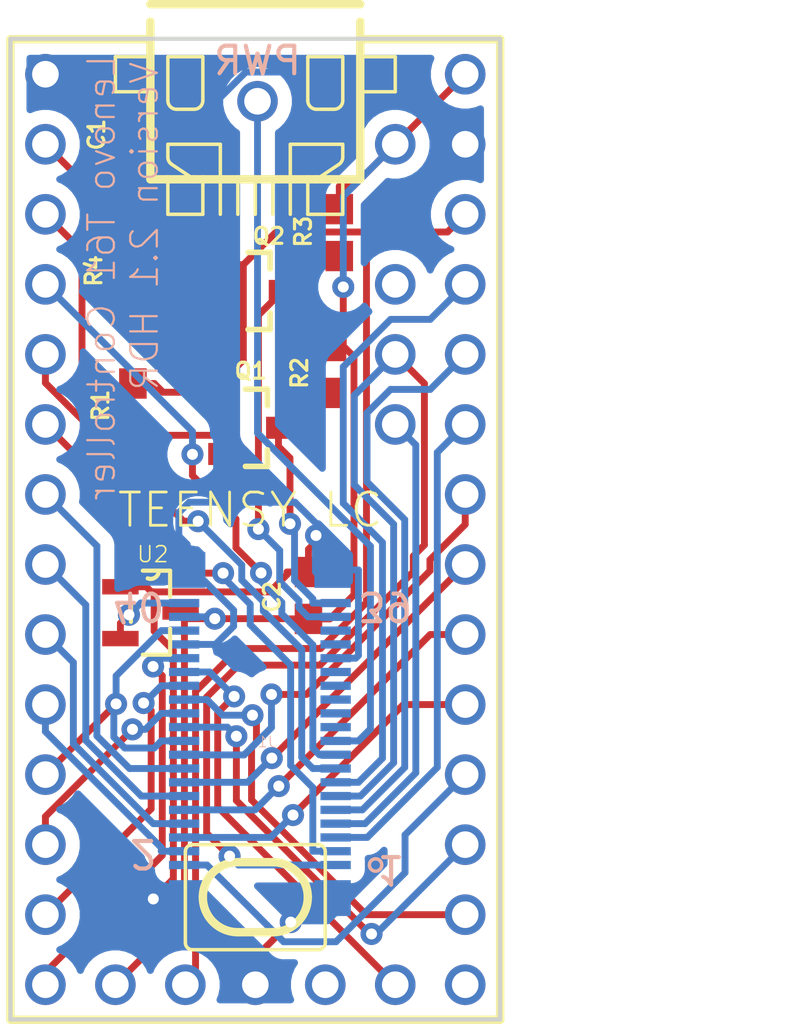
<source format=kicad_pcb>
(kicad_pcb (version 20171130) (host pcbnew "(5.1.2)-2")

  (general
    (thickness 1.6)
    (drawings 10)
    (tracks 355)
    (zones 0)
    (modules 12)
    (nets 44)
  )

  (page A4)
  (layers
    (0 Top signal)
    (31 Bottom signal)
    (32 B.Adhes user)
    (33 F.Adhes user)
    (34 B.Paste user)
    (35 F.Paste user)
    (36 B.SilkS user)
    (37 F.SilkS user)
    (38 B.Mask user)
    (39 F.Mask user)
    (40 Dwgs.User user)
    (41 Cmts.User user)
    (42 Eco1.User user)
    (43 Eco2.User user)
    (44 Edge.Cuts user)
    (45 Margin user)
    (46 B.CrtYd user)
    (47 F.CrtYd user)
    (48 B.Fab user)
    (49 F.Fab user)
  )

  (setup
    (last_trace_width 0.25)
    (trace_clearance 0.1524)
    (zone_clearance 0.508)
    (zone_45_only no)
    (trace_min 0.1524)
    (via_size 0.8)
    (via_drill 0.4)
    (via_min_size 0.4)
    (via_min_drill 0.3)
    (uvia_size 0.3)
    (uvia_drill 0.1)
    (uvias_allowed no)
    (uvia_min_size 0.2)
    (uvia_min_drill 0.1)
    (edge_width 0.05)
    (segment_width 0.2)
    (pcb_text_width 0.3)
    (pcb_text_size 1.5 1.5)
    (mod_edge_width 0.12)
    (mod_text_size 1 1)
    (mod_text_width 0.15)
    (pad_size 1.4732 1.4732)
    (pad_drill 0.9652)
    (pad_to_mask_clearance 0.0508)
    (solder_mask_min_width 0.25)
    (aux_axis_origin 0 0)
    (visible_elements 7FFFFFFF)
    (pcbplotparams
      (layerselection 0x010fc_ffffffff)
      (usegerberextensions false)
      (usegerberattributes false)
      (usegerberadvancedattributes false)
      (creategerberjobfile false)
      (excludeedgelayer true)
      (linewidth 0.100000)
      (plotframeref false)
      (viasonmask false)
      (mode 1)
      (useauxorigin false)
      (hpglpennumber 1)
      (hpglpenspeed 20)
      (hpglpendiameter 15.000000)
      (psnegative false)
      (psa4output false)
      (plotreference true)
      (plotvalue true)
      (plotinvisibletext false)
      (padsonsilk false)
      (subtractmaskfromsilk false)
      (outputformat 1)
      (mirror false)
      (drillshape 1)
      (scaleselection 1)
      (outputdirectory ""))
  )

  (net 0 "")
  (net 1 "Net-(J1-PadP$7)")
  (net 2 "Net-(C1-Pad2)")
  (net 3 "Net-(J1-PadP$1)")
  (net 4 "Net-(C1-Pad1)")
  (net 5 "Net-(C2-Pad1)")
  (net 6 "Net-(U1-PadPGM)")
  (net 7 "Net-(J1-PadP$30)")
  (net 8 "Net-(U1-PadAREF)")
  (net 9 "Net-(Q2-Pad2)")
  (net 10 "Net-(J1-PadP$13)")
  (net 11 "Net-(J1-PadP$9)")
  (net 12 "Net-(J1-PadP$5)")
  (net 13 "Net-(J1-PadP$18)")
  (net 14 "Net-(J1-PadP$14)")
  (net 15 "Net-(J1-PadP$10)")
  (net 16 "Net-(J1-PadP$6)")
  (net 17 "Net-(J1-PadP$2)")
  (net 18 "Net-(J1-PadP$22)")
  (net 19 "Net-(J1-PadP$26)")
  (net 20 "Net-(R5-Pad2)")
  (net 21 "Net-(J1-PadP$32)")
  (net 22 "Net-(J1-PadP$28)")
  (net 23 "Net-(J1-PadP$24)")
  (net 24 "Net-(J1-PadP$20)")
  (net 25 "Net-(J1-PadP$4)")
  (net 26 "Net-(J1-PadP$8)")
  (net 27 "Net-(J1-PadP$12)")
  (net 28 "Net-(J1-PadP$16)")
  (net 29 "Net-(J1-PadP$3)")
  (net 30 "Net-(J1-PadP$15)")
  (net 31 "Net-(J1-PadP$17)")
  (net 32 "Net-(Q1-Pad2)")
  (net 33 "Net-(J1-PadP$40)")
  (net 34 "Net-(J1-PadP$39)")
  (net 35 "Net-(J1-PadP$37)")
  (net 36 "Net-(J1-PadP$35)")
  (net 37 "Net-(J1-PadP$33)")
  (net 38 "Net-(J1-PadP$29)")
  (net 39 "Net-(J1-PadP$27)")
  (net 40 "Net-(J1-PadP$25)")
  (net 41 "Net-(J1-PadP$23)")
  (net 42 "Net-(J1-PadP$21)")
  (net 43 "Net-(J1-PadP$19)")

  (net_class Default "This is the default net class."
    (clearance 0.1524)
    (trace_width 0.25)
    (via_dia 0.8)
    (via_drill 0.4)
    (uvia_dia 0.3)
    (uvia_drill 0.1)
    (add_net "Net-(C1-Pad1)")
    (add_net "Net-(C1-Pad2)")
    (add_net "Net-(C2-Pad1)")
    (add_net "Net-(J1-PadP$1)")
    (add_net "Net-(J1-PadP$10)")
    (add_net "Net-(J1-PadP$12)")
    (add_net "Net-(J1-PadP$13)")
    (add_net "Net-(J1-PadP$14)")
    (add_net "Net-(J1-PadP$15)")
    (add_net "Net-(J1-PadP$16)")
    (add_net "Net-(J1-PadP$17)")
    (add_net "Net-(J1-PadP$18)")
    (add_net "Net-(J1-PadP$19)")
    (add_net "Net-(J1-PadP$2)")
    (add_net "Net-(J1-PadP$20)")
    (add_net "Net-(J1-PadP$21)")
    (add_net "Net-(J1-PadP$22)")
    (add_net "Net-(J1-PadP$23)")
    (add_net "Net-(J1-PadP$24)")
    (add_net "Net-(J1-PadP$25)")
    (add_net "Net-(J1-PadP$26)")
    (add_net "Net-(J1-PadP$27)")
    (add_net "Net-(J1-PadP$28)")
    (add_net "Net-(J1-PadP$29)")
    (add_net "Net-(J1-PadP$3)")
    (add_net "Net-(J1-PadP$30)")
    (add_net "Net-(J1-PadP$32)")
    (add_net "Net-(J1-PadP$33)")
    (add_net "Net-(J1-PadP$35)")
    (add_net "Net-(J1-PadP$37)")
    (add_net "Net-(J1-PadP$39)")
    (add_net "Net-(J1-PadP$4)")
    (add_net "Net-(J1-PadP$40)")
    (add_net "Net-(J1-PadP$5)")
    (add_net "Net-(J1-PadP$6)")
    (add_net "Net-(J1-PadP$7)")
    (add_net "Net-(J1-PadP$8)")
    (add_net "Net-(J1-PadP$9)")
    (add_net "Net-(Q1-Pad2)")
    (add_net "Net-(Q2-Pad2)")
    (add_net "Net-(R5-Pad2)")
    (add_net "Net-(U1-PadAREF)")
    (add_net "Net-(U1-PadPGM)")
  )

  (module TestPoint:TestPoint_THTPad_D1.5mm_Drill0.7mm (layer Top) (tedit 5D6B480A) (tstamp 5D6BE4C5)
    (at 137.795 111.999)
    (descr "THT pad as test Point, diameter 1.5mm, hole diameter 0.7mm")
    (tags "test point THT pad")
    (attr virtual)
    (fp_text reference PWR (at -5.157 -31.09876) (layer B.SilkS)
      (effects (font (size 1 1) (thickness 0.15)) (justify mirror))
    )
    (fp_text value TestPoint_THTPad_D1.5mm_Drill0.7mm (at 0 1.75) (layer F.Fab)
      (effects (font (size 1 1) (thickness 0.15)))
    )
    (fp_text user %R (at 0 -1.65) (layer F.Fab)
      (effects (font (size 1 1) (thickness 0.15)))
    )
    (pad 1 thru_hole circle (at -5.157 -29.62696) (size 1.4732 1.4732) (drill 0.9652) (layers *.Cu *.Mask)
      (net 43 "Net-(J1-PadP$19)") (solder_mask_margin 0.1016))
  )

  (module T61_LC_Scanner:0603 (layer Top) (tedit 0) (tstamp 5D6B3B74)
    (at 127.386 83.6794 90)
    (descr "<p><b>Generic 1608 (0603) package</b></p>\n<p>0.2mm courtyard excess rounded to nearest 0.05mm.</p>")
    (path /AC59532D)
    (fp_text reference C1 (at -0.5452 -0.92964 90) (layer F.SilkS)
      (effects (font (size 0.57912 0.57912) (thickness 0.115824)) (justify left top))
    )
    (fp_text value 0.1uF (at 0 0.762 90) (layer F.Fab)
      (effects (font (size 0.57912 0.57912) (thickness 0.115824)) (justify left top))
    )
    (fp_poly (pts (xy -0.1999 0.3) (xy 0.1999 0.3) (xy 0.1999 -0.3) (xy -0.1999 -0.3)) (layer F.Adhes) (width 0))
    (fp_poly (pts (xy 0.3302 0.4699) (xy 0.8303 0.4699) (xy 0.8303 -0.4801) (xy 0.3302 -0.4801)) (layer F.Fab) (width 0))
    (fp_poly (pts (xy -0.8382 0.4699) (xy -0.3381 0.4699) (xy -0.3381 -0.4801) (xy -0.8382 -0.4801)) (layer F.Fab) (width 0))
    (fp_line (start -0.356 0.419) (end 0.356 0.419) (layer F.Fab) (width 0.1016))
    (fp_line (start -0.356 -0.432) (end 0.356 -0.432) (layer F.Fab) (width 0.1016))
    (fp_line (start -1.6 0.7) (end -1.6 -0.7) (layer Dwgs.User) (width 0.0508))
    (fp_line (start 1.6 0.7) (end -1.6 0.7) (layer Dwgs.User) (width 0.0508))
    (fp_line (start 1.6 -0.7) (end 1.6 0.7) (layer Dwgs.User) (width 0.0508))
    (fp_line (start -1.6 -0.7) (end 1.6 -0.7) (layer Dwgs.User) (width 0.0508))
    (pad 2 smd rect (at 0.85 0 90) (size 1.1 1) (layers Top F.Paste F.Mask)
      (net 2 "Net-(C1-Pad2)") (solder_mask_margin 0.1016))
    (pad 1 smd rect (at -0.85 0 90) (size 1.1 1) (layers Top F.Paste F.Mask)
      (net 4 "Net-(C1-Pad1)") (solder_mask_margin 0.1016))
  )

  (module T61_LC_Scanner:0603 (layer Top) (tedit 0) (tstamp 5D6B3B82)
    (at 134.488 100.294 90)
    (descr "<p><b>Generic 1608 (0603) package</b></p>\n<p>0.2mm courtyard excess rounded to nearest 0.05mm.</p>")
    (path /C8DDE19D)
    (fp_text reference C2 (at -0.69088 -1.66116 90) (layer F.SilkS)
      (effects (font (size 0.57912 0.57912) (thickness 0.115824)) (justify left top))
    )
    (fp_text value 0.1uF (at 0 0.762 90) (layer F.Fab)
      (effects (font (size 0.57912 0.57912) (thickness 0.115824)) (justify left top))
    )
    (fp_poly (pts (xy -0.1999 0.3) (xy 0.1999 0.3) (xy 0.1999 -0.3) (xy -0.1999 -0.3)) (layer F.Adhes) (width 0))
    (fp_poly (pts (xy 0.3302 0.4699) (xy 0.8303 0.4699) (xy 0.8303 -0.4801) (xy 0.3302 -0.4801)) (layer F.Fab) (width 0))
    (fp_poly (pts (xy -0.8382 0.4699) (xy -0.3381 0.4699) (xy -0.3381 -0.4801) (xy -0.8382 -0.4801)) (layer F.Fab) (width 0))
    (fp_line (start -0.356 0.419) (end 0.356 0.419) (layer F.Fab) (width 0.1016))
    (fp_line (start -0.356 -0.432) (end 0.356 -0.432) (layer F.Fab) (width 0.1016))
    (fp_line (start -1.6 0.7) (end -1.6 -0.7) (layer Dwgs.User) (width 0.0508))
    (fp_line (start 1.6 0.7) (end -1.6 0.7) (layer Dwgs.User) (width 0.0508))
    (fp_line (start 1.6 -0.7) (end 1.6 0.7) (layer Dwgs.User) (width 0.0508))
    (fp_line (start -1.6 -0.7) (end 1.6 -0.7) (layer Dwgs.User) (width 0.0508))
    (pad 2 smd rect (at 0.85 0 90) (size 1.1 1) (layers Top F.Paste F.Mask)
      (net 2 "Net-(C1-Pad2)") (solder_mask_margin 0.1016))
    (pad 1 smd rect (at -0.85 0 90) (size 1.1 1) (layers Top F.Paste F.Mask)
      (net 5 "Net-(C2-Pad1)") (solder_mask_margin 0.1016))
  )

  (module T61_LC_Scanner:WM6787CT-ND (layer Bottom) (tedit 0) (tstamp 5D6B3B90)
    (at 132.624 105.37 90)
    (path /F25548E4)
    (fp_text reference J1 (at 8.509 1.1684) (layer B.SilkS) hide
      (effects (font (size 0.38608 0.38608) (thickness 0.030886)) (justify left bottom mirror))
    )
    (fp_text value WM6787CT-ND (at 7.493 1.651) (layer B.SilkS) hide
      (effects (font (size 0.57912 0.57912) (thickness 0.046329)) (justify left bottom mirror))
    )
    (fp_circle (center -4.7 4.3) (end -4.476394 4.3) (layer B.SilkS) (width 0.127))
    (fp_text user J1 (at -0.01016 -0.00508 180) (layer B.SilkS)
      (effects (font (size 0.38608 0.38608) (thickness 0.032512)) (justify right top mirror))
    )
    (fp_text user >Value (at 7.493 1.651 180) (layer B.Fab)
      (effects (font (size 0.57912 0.57912) (thickness 0.048768)) (justify right top mirror))
    )
    (fp_line (start -6.9 2.5) (end -6.9 -2.3) (layer B.Fab) (width 0.127))
    (fp_line (start -6.9 -2.3) (end 7 -2.3) (layer B.Fab) (width 0.127))
    (fp_line (start 7 -2.3) (end 7 2.5) (layer B.Fab) (width 0.127))
    (fp_line (start 7 2.5) (end -6.9 2.5) (layer B.Fab) (width 0.127))
    (pad P$1 smd rect (at -4.7 2.85) (size 1.1 0.3) (layers Bottom B.Paste B.Mask)
      (net 3 "Net-(J1-PadP$1)") (solder_mask_margin 0.1016))
    (pad P$2 smd rect (at -4.7 -2.65) (size 1.1 0.3) (layers Bottom B.Paste B.Mask)
      (net 17 "Net-(J1-PadP$2)") (solder_mask_margin 0.1016))
    (pad P$3 smd rect (at -4.2 2.85) (size 1.1 0.3) (layers Bottom B.Paste B.Mask)
      (net 29 "Net-(J1-PadP$3)") (solder_mask_margin 0.1016))
    (pad P$4 smd rect (at -4.2 -2.65) (size 1.1 0.3) (layers Bottom B.Paste B.Mask)
      (net 25 "Net-(J1-PadP$4)") (solder_mask_margin 0.1016))
    (pad P$5 smd rect (at -3.7 2.85) (size 1.1 0.3) (layers Bottom B.Paste B.Mask)
      (net 12 "Net-(J1-PadP$5)") (solder_mask_margin 0.1016))
    (pad P$6 smd rect (at -3.7 -2.65) (size 1.1 0.3) (layers Bottom B.Paste B.Mask)
      (net 16 "Net-(J1-PadP$6)") (solder_mask_margin 0.1016))
    (pad P$7 smd rect (at -3.2 2.85) (size 1.1 0.3) (layers Bottom B.Paste B.Mask)
      (net 1 "Net-(J1-PadP$7)") (solder_mask_margin 0.1016))
    (pad P$8 smd rect (at -3.2 -2.65) (size 1.1 0.3) (layers Bottom B.Paste B.Mask)
      (net 26 "Net-(J1-PadP$8)") (solder_mask_margin 0.1016))
    (pad P$9 smd rect (at -2.7 2.85) (size 1.1 0.3) (layers Bottom B.Paste B.Mask)
      (net 11 "Net-(J1-PadP$9)") (solder_mask_margin 0.1016))
    (pad P$10 smd rect (at -2.7 -2.65) (size 1.1 0.3) (layers Bottom B.Paste B.Mask)
      (net 15 "Net-(J1-PadP$10)") (solder_mask_margin 0.1016))
    (pad P$11 smd rect (at -2.2 2.85) (size 1.1 0.3) (layers Bottom B.Paste B.Mask)
      (net 3 "Net-(J1-PadP$1)") (solder_mask_margin 0.1016))
    (pad P$12 smd rect (at -2.2 -2.65) (size 1.1 0.3) (layers Bottom B.Paste B.Mask)
      (net 27 "Net-(J1-PadP$12)") (solder_mask_margin 0.1016))
    (pad P$13 smd rect (at -1.7 2.85) (size 1.1 0.3) (layers Bottom B.Paste B.Mask)
      (net 10 "Net-(J1-PadP$13)") (solder_mask_margin 0.1016))
    (pad P$14 smd rect (at -1.7 -2.65) (size 1.1 0.3) (layers Bottom B.Paste B.Mask)
      (net 14 "Net-(J1-PadP$14)") (solder_mask_margin 0.1016))
    (pad P$15 smd rect (at -1.2 2.85) (size 1.1 0.3) (layers Bottom B.Paste B.Mask)
      (net 30 "Net-(J1-PadP$15)") (solder_mask_margin 0.1016))
    (pad P$16 smd rect (at -1.2 -2.65) (size 1.1 0.3) (layers Bottom B.Paste B.Mask)
      (net 28 "Net-(J1-PadP$16)") (solder_mask_margin 0.1016))
    (pad P$17 smd rect (at -0.7 2.85) (size 1.1 0.3) (layers Bottom B.Paste B.Mask)
      (net 31 "Net-(J1-PadP$17)") (solder_mask_margin 0.1016))
    (pad P$18 smd rect (at -0.7 -2.65) (size 1.1 0.3) (layers Bottom B.Paste B.Mask)
      (net 13 "Net-(J1-PadP$18)") (solder_mask_margin 0.1016))
    (pad P$19 smd rect (at -0.2 2.85) (size 1.1 0.3) (layers Bottom B.Paste B.Mask)
      (net 43 "Net-(J1-PadP$19)") (solder_mask_margin 0.1016))
    (pad P$20 smd rect (at -0.2 -2.65) (size 1.1 0.3) (layers Bottom B.Paste B.Mask)
      (net 24 "Net-(J1-PadP$20)") (solder_mask_margin 0.1016))
    (pad P$21 smd rect (at 0.3 2.85) (size 1.1 0.3) (layers Bottom B.Paste B.Mask)
      (net 42 "Net-(J1-PadP$21)") (solder_mask_margin 0.1016))
    (pad P$22 smd rect (at 0.3 -2.65) (size 1.1 0.3) (layers Bottom B.Paste B.Mask)
      (net 18 "Net-(J1-PadP$22)") (solder_mask_margin 0.1016))
    (pad P$23 smd rect (at 0.8 2.85) (size 1.1 0.3) (layers Bottom B.Paste B.Mask)
      (net 41 "Net-(J1-PadP$23)") (solder_mask_margin 0.1016))
    (pad P$24 smd rect (at 0.8 -2.65) (size 1.1 0.3) (layers Bottom B.Paste B.Mask)
      (net 23 "Net-(J1-PadP$24)") (solder_mask_margin 0.1016))
    (pad P$25 smd rect (at 1.3 2.85) (size 1.1 0.3) (layers Bottom B.Paste B.Mask)
      (net 40 "Net-(J1-PadP$25)") (solder_mask_margin 0.1016))
    (pad P$26 smd rect (at 1.3 -2.65) (size 1.1 0.3) (layers Bottom B.Paste B.Mask)
      (net 19 "Net-(J1-PadP$26)") (solder_mask_margin 0.1016))
    (pad P$27 smd rect (at 1.8 2.85) (size 1.1 0.3) (layers Bottom B.Paste B.Mask)
      (net 39 "Net-(J1-PadP$27)") (solder_mask_margin 0.1016))
    (pad P$28 smd rect (at 1.8 -2.65) (size 1.1 0.3) (layers Bottom B.Paste B.Mask)
      (net 22 "Net-(J1-PadP$28)") (solder_mask_margin 0.1016))
    (pad P$29 smd rect (at 2.3 2.85) (size 1.1 0.3) (layers Bottom B.Paste B.Mask)
      (net 38 "Net-(J1-PadP$29)") (solder_mask_margin 0.1016))
    (pad P$30 smd rect (at 2.3 -2.65) (size 1.1 0.3) (layers Bottom B.Paste B.Mask)
      (net 7 "Net-(J1-PadP$30)") (solder_mask_margin 0.1016))
    (pad P$31 smd rect (at 2.8 2.85) (size 1.1 0.3) (layers Bottom B.Paste B.Mask)
      (net 2 "Net-(C1-Pad2)") (solder_mask_margin 0.1016))
    (pad P$32 smd rect (at 2.8 -2.65) (size 1.1 0.3) (layers Bottom B.Paste B.Mask)
      (net 21 "Net-(J1-PadP$32)") (solder_mask_margin 0.1016))
    (pad P$33 smd rect (at 3.3 2.85) (size 1.1 0.3) (layers Bottom B.Paste B.Mask)
      (net 37 "Net-(J1-PadP$33)") (solder_mask_margin 0.1016))
    (pad P$34 smd rect (at 3.3 -2.65) (size 1.1 0.3) (layers Bottom B.Paste B.Mask)
      (net 2 "Net-(C1-Pad2)") (solder_mask_margin 0.1016))
    (pad P$35 smd rect (at 3.8 2.85) (size 1.1 0.3) (layers Bottom B.Paste B.Mask)
      (net 36 "Net-(J1-PadP$35)") (solder_mask_margin 0.1016))
    (pad P$36 smd rect (at 3.8 -2.65) (size 1.1 0.3) (layers Bottom B.Paste B.Mask)
      (net 24 "Net-(J1-PadP$20)") (solder_mask_margin 0.1016))
    (pad P$37 smd rect (at 4.3 2.85) (size 1.1 0.3) (layers Bottom B.Paste B.Mask)
      (net 35 "Net-(J1-PadP$37)") (solder_mask_margin 0.1016))
    (pad P$38 smd rect (at 4.3 -2.65) (size 1.1 0.3) (layers Bottom B.Paste B.Mask)
      (net 5 "Net-(C2-Pad1)") (solder_mask_margin 0.1016))
    (pad P$39 smd rect (at 4.8 2.85) (size 1.1 0.3) (layers Bottom B.Paste B.Mask)
      (net 34 "Net-(J1-PadP$39)") (solder_mask_margin 0.1016))
    (pad P$40 smd rect (at 4.8 -2.65) (size 1.1 0.3) (layers Bottom B.Paste B.Mask)
      (net 33 "Net-(J1-PadP$40)") (solder_mask_margin 0.1016))
    (pad P$43 smd rect (at 6 2.74 180) (size 1.32 1.3) (layers Bottom B.Paste B.Mask)
      (net 2 "Net-(C1-Pad2)") (solder_mask_margin 0.1016))
    (pad P$44 smd rect (at 6 -2.54) (size 1.32 1.3) (layers Bottom B.Paste B.Mask)
      (net 2 "Net-(C1-Pad2)") (solder_mask_margin 0.1016))
    (pad P$41 smd rect (at -5.9 2.74) (size 1.32 1.3) (layers Bottom B.Paste B.Mask)
      (net 2 "Net-(C1-Pad2)") (solder_mask_margin 0.1016))
    (pad P$42 smd rect (at -5.9 -2.54) (size 1.32 1.3) (layers Bottom B.Paste B.Mask)
      (net 2 "Net-(C1-Pad2)") (solder_mask_margin 0.1016))
  )

  (module T61_LC_Scanner:SOT23-3 (layer Top) (tedit 0) (tstamp 5D6B3BE8)
    (at 132.298 94.2137 270)
    (descr SOT23-3)
    (path /FD967CEB)
    (fp_text reference Q1 (at -1.72156 0.5619) (layer F.SilkS)
      (effects (font (size 0.57912 0.57912) (thickness 0.115824)) (justify left bottom))
    )
    (fp_text value 220mA/50V/3.5Ω (at 1.651 0) (layer F.Fab)
      (effects (font (size 0.57912 0.57912) (thickness 0.115824)) (justify left bottom))
    )
    (fp_line (start 1.4 -0.7) (end 1.4 0.1) (layer F.SilkS) (width 0.2032))
    (fp_line (start 0.8 -0.7) (end 1.4 -0.7) (layer F.SilkS) (width 0.2032))
    (fp_line (start -1.4 -0.7) (end -1.4 0.1) (layer F.SilkS) (width 0.2032))
    (fp_line (start -0.8 -0.7) (end -1.4 -0.7) (layer F.SilkS) (width 0.2032))
    (fp_line (start -1.4224 -0.6604) (end 1.4224 -0.6604) (layer F.Fab) (width 0.1524))
    (fp_line (start -1.4224 0.6604) (end -1.4224 -0.6604) (layer F.Fab) (width 0.1524))
    (fp_line (start 1.4224 0.6604) (end -1.4224 0.6604) (layer F.Fab) (width 0.1524))
    (fp_line (start 1.4224 -0.6604) (end 1.4224 0.6604) (layer F.Fab) (width 0.1524))
    (pad 3 smd rect (at 0 -1.1 270) (size 0.8 0.9) (layers Top F.Paste F.Mask)
      (net 34 "Net-(J1-PadP$39)") (solder_mask_margin 0.1016))
    (pad 2 smd rect (at 0.95 1 270) (size 0.8 0.9) (layers Top F.Paste F.Mask)
      (net 32 "Net-(Q1-Pad2)") (solder_mask_margin 0.1016))
    (pad 1 smd rect (at -0.95 1 270) (size 0.8 0.9) (layers Top F.Paste F.Mask)
      (net 4 "Net-(C1-Pad1)") (solder_mask_margin 0.1016))
  )

  (module T61_LC_Scanner:SOT23-3 (layer Top) (tedit 0) (tstamp 5D6B3BF6)
    (at 132.395 89.2505 270)
    (descr SOT23-3)
    (path /236734CD)
    (fp_text reference Q2 (at -1.651 0) (layer F.SilkS)
      (effects (font (size 0.57912 0.57912) (thickness 0.115824)) (justify left bottom))
    )
    (fp_text value 220mA/50V/3.5Ω (at 1.651 0) (layer F.Fab)
      (effects (font (size 0.57912 0.57912) (thickness 0.115824)) (justify left bottom))
    )
    (fp_line (start 1.4 -0.7) (end 1.4 0.1) (layer F.SilkS) (width 0.2032))
    (fp_line (start 0.8 -0.7) (end 1.4 -0.7) (layer F.SilkS) (width 0.2032))
    (fp_line (start -1.4 -0.7) (end -1.4 0.1) (layer F.SilkS) (width 0.2032))
    (fp_line (start -0.8 -0.7) (end -1.4 -0.7) (layer F.SilkS) (width 0.2032))
    (fp_line (start -1.4224 -0.6604) (end 1.4224 -0.6604) (layer F.Fab) (width 0.1524))
    (fp_line (start -1.4224 0.6604) (end -1.4224 -0.6604) (layer F.Fab) (width 0.1524))
    (fp_line (start 1.4224 0.6604) (end -1.4224 0.6604) (layer F.Fab) (width 0.1524))
    (fp_line (start 1.4224 -0.6604) (end 1.4224 0.6604) (layer F.Fab) (width 0.1524))
    (pad 3 smd rect (at 0 -1.1 270) (size 0.8 0.9) (layers Top F.Paste F.Mask)
      (net 35 "Net-(J1-PadP$37)") (solder_mask_margin 0.1016))
    (pad 2 smd rect (at 0.95 1 270) (size 0.8 0.9) (layers Top F.Paste F.Mask)
      (net 9 "Net-(Q2-Pad2)") (solder_mask_margin 0.1016))
    (pad 1 smd rect (at -0.95 1 270) (size 0.8 0.9) (layers Top F.Paste F.Mask)
      (net 4 "Net-(C1-Pad1)") (solder_mask_margin 0.1016))
  )

  (module T61_LC_Scanner:0603 (layer Top) (tedit 0) (tstamp 5D6B3C04)
    (at 128.113 93.4584 90)
    (descr "<p><b>Generic 1608 (0603) package</b></p>\n<p>0.2mm courtyard excess rounded to nearest 0.05mm.</p>")
    (path /5FC72806)
    (fp_text reference R1 (at -0.58904 -0.83258 90) (layer F.SilkS)
      (effects (font (size 0.57912 0.57912) (thickness 0.115824)) (justify left bottom))
    )
    (fp_text value 10k (at 0 0.762 90) (layer F.Fab)
      (effects (font (size 0.57912 0.57912) (thickness 0.115824)) (justify left bottom))
    )
    (fp_poly (pts (xy -0.1999 0.3) (xy 0.1999 0.3) (xy 0.1999 -0.3) (xy -0.1999 -0.3)) (layer F.Adhes) (width 0))
    (fp_poly (pts (xy 0.3302 0.4699) (xy 0.8303 0.4699) (xy 0.8303 -0.4801) (xy 0.3302 -0.4801)) (layer F.Fab) (width 0))
    (fp_poly (pts (xy -0.8382 0.4699) (xy -0.3381 0.4699) (xy -0.3381 -0.4801) (xy -0.8382 -0.4801)) (layer F.Fab) (width 0))
    (fp_line (start -0.356 0.419) (end 0.356 0.419) (layer F.Fab) (width 0.1016))
    (fp_line (start -0.356 -0.432) (end 0.356 -0.432) (layer F.Fab) (width 0.1016))
    (fp_line (start -1.6 0.7) (end -1.6 -0.7) (layer Dwgs.User) (width 0.0508))
    (fp_line (start 1.6 0.7) (end -1.6 0.7) (layer Dwgs.User) (width 0.0508))
    (fp_line (start 1.6 -0.7) (end 1.6 0.7) (layer Dwgs.User) (width 0.0508))
    (fp_line (start -1.6 -0.7) (end 1.6 -0.7) (layer Dwgs.User) (width 0.0508))
    (pad 2 smd rect (at 0.85 0 90) (size 1.1 1) (layers Top F.Paste F.Mask)
      (net 4 "Net-(C1-Pad1)") (solder_mask_margin 0.1016))
    (pad 1 smd rect (at -0.85 0 90) (size 1.1 1) (layers Top F.Paste F.Mask)
      (net 32 "Net-(Q1-Pad2)") (solder_mask_margin 0.1016))
  )

  (module T61_LC_Scanner:0603 (layer Top) (tedit 0) (tstamp 5D6B3C12)
    (at 135.362 92.0988 90)
    (descr "<p><b>Generic 1608 (0603) package</b></p>\n<p>0.2mm courtyard excess rounded to nearest 0.05mm.</p>")
    (path /8EFFCFBB)
    (fp_text reference R2 (at -0.77008 -0.86046 90) (layer F.SilkS)
      (effects (font (size 0.57912 0.57912) (thickness 0.115824)) (justify left bottom))
    )
    (fp_text value 10k (at 0 0.762 90) (layer F.Fab)
      (effects (font (size 0.57912 0.57912) (thickness 0.115824)) (justify left bottom))
    )
    (fp_poly (pts (xy -0.1999 0.3) (xy 0.1999 0.3) (xy 0.1999 -0.3) (xy -0.1999 -0.3)) (layer F.Adhes) (width 0))
    (fp_poly (pts (xy 0.3302 0.4699) (xy 0.8303 0.4699) (xy 0.8303 -0.4801) (xy 0.3302 -0.4801)) (layer F.Fab) (width 0))
    (fp_poly (pts (xy -0.8382 0.4699) (xy -0.3381 0.4699) (xy -0.3381 -0.4801) (xy -0.8382 -0.4801)) (layer F.Fab) (width 0))
    (fp_line (start -0.356 0.419) (end 0.356 0.419) (layer F.Fab) (width 0.1016))
    (fp_line (start -0.356 -0.432) (end 0.356 -0.432) (layer F.Fab) (width 0.1016))
    (fp_line (start -1.6 0.7) (end -1.6 -0.7) (layer Dwgs.User) (width 0.0508))
    (fp_line (start 1.6 0.7) (end -1.6 0.7) (layer Dwgs.User) (width 0.0508))
    (fp_line (start 1.6 -0.7) (end 1.6 0.7) (layer Dwgs.User) (width 0.0508))
    (fp_line (start -1.6 -0.7) (end 1.6 -0.7) (layer Dwgs.User) (width 0.0508))
    (pad 2 smd rect (at 0.85 0 90) (size 1.1 1) (layers Top F.Paste F.Mask)
      (net 5 "Net-(C2-Pad1)") (solder_mask_margin 0.1016))
    (pad 1 smd rect (at -0.85 0 90) (size 1.1 1) (layers Top F.Paste F.Mask)
      (net 34 "Net-(J1-PadP$39)") (solder_mask_margin 0.1016))
  )

  (module T61_LC_Scanner:0603 (layer Top) (tedit 0) (tstamp 5D6B3C20)
    (at 135.606 87.1356 90)
    (descr "<p><b>Generic 1608 (0603) package</b></p>\n<p>0.2mm courtyard excess rounded to nearest 0.05mm.</p>")
    (path /ABABC248)
    (fp_text reference R3 (at -0.6056 -0.96874 90) (layer F.SilkS)
      (effects (font (size 0.57912 0.57912) (thickness 0.115824)) (justify left bottom))
    )
    (fp_text value 10k (at 0 0.762 90) (layer F.Fab)
      (effects (font (size 0.57912 0.57912) (thickness 0.115824)) (justify left bottom))
    )
    (fp_poly (pts (xy -0.1999 0.3) (xy 0.1999 0.3) (xy 0.1999 -0.3) (xy -0.1999 -0.3)) (layer F.Adhes) (width 0))
    (fp_poly (pts (xy 0.3302 0.4699) (xy 0.8303 0.4699) (xy 0.8303 -0.4801) (xy 0.3302 -0.4801)) (layer F.Fab) (width 0))
    (fp_poly (pts (xy -0.8382 0.4699) (xy -0.3381 0.4699) (xy -0.3381 -0.4801) (xy -0.8382 -0.4801)) (layer F.Fab) (width 0))
    (fp_line (start -0.356 0.419) (end 0.356 0.419) (layer F.Fab) (width 0.1016))
    (fp_line (start -0.356 -0.432) (end 0.356 -0.432) (layer F.Fab) (width 0.1016))
    (fp_line (start -1.6 0.7) (end -1.6 -0.7) (layer Dwgs.User) (width 0.0508))
    (fp_line (start 1.6 0.7) (end -1.6 0.7) (layer Dwgs.User) (width 0.0508))
    (fp_line (start 1.6 -0.7) (end 1.6 0.7) (layer Dwgs.User) (width 0.0508))
    (fp_line (start -1.6 -0.7) (end 1.6 -0.7) (layer Dwgs.User) (width 0.0508))
    (pad 2 smd rect (at 0.85 0 90) (size 1.1 1) (layers Top F.Paste F.Mask)
      (net 5 "Net-(C2-Pad1)") (solder_mask_margin 0.1016))
    (pad 1 smd rect (at -0.85 0 90) (size 1.1 1) (layers Top F.Paste F.Mask)
      (net 35 "Net-(J1-PadP$37)") (solder_mask_margin 0.1016))
  )

  (module T61_LC_Scanner:0603 (layer Top) (tedit 0) (tstamp 5D6B3C2E)
    (at 127.869 88.5241 90)
    (descr "<p><b>Generic 1608 (0603) package</b></p>\n<p>0.2mm courtyard excess rounded to nearest 0.05mm.</p>")
    (path /B13F4994)
    (fp_text reference R4 (at -0.64008 -0.8382 90) (layer F.SilkS)
      (effects (font (size 0.57912 0.57912) (thickness 0.115824)) (justify left bottom))
    )
    (fp_text value 10k (at 0 0.762 90) (layer F.Fab)
      (effects (font (size 0.57912 0.57912) (thickness 0.115824)) (justify left bottom))
    )
    (fp_poly (pts (xy -0.1999 0.3) (xy 0.1999 0.3) (xy 0.1999 -0.3) (xy -0.1999 -0.3)) (layer F.Adhes) (width 0))
    (fp_poly (pts (xy 0.3302 0.4699) (xy 0.8303 0.4699) (xy 0.8303 -0.4801) (xy 0.3302 -0.4801)) (layer F.Fab) (width 0))
    (fp_poly (pts (xy -0.8382 0.4699) (xy -0.3381 0.4699) (xy -0.3381 -0.4801) (xy -0.8382 -0.4801)) (layer F.Fab) (width 0))
    (fp_line (start -0.356 0.419) (end 0.356 0.419) (layer F.Fab) (width 0.1016))
    (fp_line (start -0.356 -0.432) (end 0.356 -0.432) (layer F.Fab) (width 0.1016))
    (fp_line (start -1.6 0.7) (end -1.6 -0.7) (layer Dwgs.User) (width 0.0508))
    (fp_line (start 1.6 0.7) (end -1.6 0.7) (layer Dwgs.User) (width 0.0508))
    (fp_line (start 1.6 -0.7) (end 1.6 0.7) (layer Dwgs.User) (width 0.0508))
    (fp_line (start -1.6 -0.7) (end 1.6 -0.7) (layer Dwgs.User) (width 0.0508))
    (pad 2 smd rect (at 0.85 0 90) (size 1.1 1) (layers Top F.Paste F.Mask)
      (net 4 "Net-(C1-Pad1)") (solder_mask_margin 0.1016))
    (pad 1 smd rect (at -0.85 0 90) (size 1.1 1) (layers Top F.Paste F.Mask)
      (net 9 "Net-(Q2-Pad2)") (solder_mask_margin 0.1016))
  )

  (module T61_LC_Scanner:TEENSY_LC (layer Top) (tedit 0) (tstamp 5D6B3C4A)
    (at 132.558 97.9018 270)
    (path /94FABF20)
    (fp_text reference U1 (at 0 0 270) (layer F.SilkS) hide
      (effects (font (size 1.27 1.27) (thickness 0.15)) (justify right top))
    )
    (fp_text value TEENSY_LC (at 0 0 270) (layer F.SilkS) hide
      (effects (font (size 1.27 1.27) (thickness 0.15)) (justify right top))
    )
    (fp_line (start -18.415 -3.81) (end -12.7 -3.81) (layer F.SilkS) (width 0.3048))
    (fp_line (start -18.415 3.81) (end -12.7 3.81) (layer F.SilkS) (width 0.3048))
    (fp_line (start -15.875 -5.08) (end -17.145 -5.08) (layer F.SilkS) (width 0.127))
    (fp_line (start -15.875 -3.81) (end -15.875 -5.08) (layer F.SilkS) (width 0.127))
    (fp_line (start -17.145 -3.81) (end -17.145 -5.08) (layer F.SilkS) (width 0.127))
    (fp_line (start -15.875 5.08) (end -17.145 5.08) (layer F.SilkS) (width 0.127))
    (fp_line (start -15.875 3.81) (end -15.875 5.08) (layer F.SilkS) (width 0.127))
    (fp_line (start -13.240743 3.033615) (end -12.7 2.2225) (layer F.SilkS) (width 0.127))
    (fp_arc (start -13.50492 2.857498) (end -13.504921 3.175) (angle -56.310402) (layer F.SilkS) (width 0.127))
    (fp_line (start -13.97 3.175) (end -13.504921 3.175) (layer F.SilkS) (width 0.127))
    (fp_line (start -13.97 1.27) (end -13.97 3.175) (layer F.SilkS) (width 0.127))
    (fp_line (start -12.7 1.27) (end -13.97 1.27) (layer F.SilkS) (width 0.127))
    (fp_line (start -13.240743 -3.033615) (end -12.7 -2.2225) (layer F.SilkS) (width 0.127))
    (fp_arc (start -13.50492 -2.857498) (end -13.504921 -3.175) (angle 56.310402) (layer F.SilkS) (width 0.127))
    (fp_line (start -13.97 -3.175) (end -13.504921 -3.175) (layer F.SilkS) (width 0.127))
    (fp_line (start -13.97 -1.27) (end -13.97 -3.175) (layer F.SilkS) (width 0.127))
    (fp_line (start -12.7 -1.27) (end -13.97 -1.27) (layer F.SilkS) (width 0.127))
    (fp_line (start -17.145 1.905) (end -17.145 3.175) (layer F.SilkS) (width 0.127))
    (fp_line (start -17.145 -3.175) (end -17.145 -1.905) (layer F.SilkS) (width 0.127))
    (fp_line (start -15.5575 1.905) (end -17.145 1.905) (layer F.SilkS) (width 0.127))
    (fp_arc (start -15.5575 2.2225) (end -15.24 2.2225) (angle -90) (layer F.SilkS) (width 0.127))
    (fp_line (start -15.24 2.8575) (end -15.24 2.2225) (layer F.SilkS) (width 0.127))
    (fp_arc (start -15.5575 2.8575) (end -15.5575 3.175) (angle -90) (layer F.SilkS) (width 0.127))
    (fp_line (start -17.145 3.175) (end -15.5575 3.175) (layer F.SilkS) (width 0.127))
    (fp_line (start -15.5575 -1.905) (end -17.145 -1.905) (layer F.SilkS) (width 0.127))
    (fp_arc (start -15.5575 -2.2225) (end -15.24 -2.2225) (angle 90) (layer F.SilkS) (width 0.127))
    (fp_line (start -15.24 -2.8575) (end -15.24 -2.2225) (layer F.SilkS) (width 0.127))
    (fp_arc (start -15.5575 -2.8575) (end -15.5575 -3.175) (angle 90) (layer F.SilkS) (width 0.127))
    (fp_line (start -17.145 -3.175) (end -15.5575 -3.175) (layer F.SilkS) (width 0.127))
    (fp_line (start -17.145 3.81) (end -17.145 5.08) (layer F.SilkS) (width 0.127))
    (fp_line (start -11.43 3.175) (end -12.7 3.175) (layer F.SilkS) (width 0.127))
    (fp_line (start -11.43 1.905) (end -11.43 3.175) (layer F.SilkS) (width 0.127))
    (fp_line (start -12.7 1.905) (end -11.43 1.905) (layer F.SilkS) (width 0.127))
    (fp_line (start -11.43 -3.175) (end -12.7 -3.175) (layer F.SilkS) (width 0.127))
    (fp_line (start -11.43 -1.905) (end -11.43 -3.175) (layer F.SilkS) (width 0.127))
    (fp_line (start -12.7 -1.905) (end -11.43 -1.905) (layer F.SilkS) (width 0.127))
    (fp_line (start -12.7 1.27) (end -11.43 1.27) (layer F.SilkS) (width 0.127))
    (fp_line (start -12.7 0.635) (end -11.43 0.635) (layer F.SilkS) (width 0.127))
    (fp_line (start -12.7 -1.27) (end -11.43 -1.27) (layer F.SilkS) (width 0.127))
    (fp_line (start -12.7 -0.635) (end -11.43 -0.635) (layer F.SilkS) (width 0.127))
    (fp_line (start -12.7 0) (end -11.43 0) (layer F.SilkS) (width 0.127))
    (fp_line (start -12.7 -3.175) (end -12.7 -3.81) (layer F.SilkS) (width 0.3048))
    (fp_line (start -12.7 -2.2225) (end -12.7 -3.175) (layer F.SilkS) (width 0.3048))
    (fp_line (start -12.7 -1.905) (end -12.7 -2.2225) (layer F.SilkS) (width 0.3048))
    (fp_line (start -12.7 -1.27) (end -12.7 -1.905) (layer F.SilkS) (width 0.3048))
    (fp_line (start -12.7 -0.635) (end -12.7 -1.27) (layer F.SilkS) (width 0.3048))
    (fp_line (start -12.7 0) (end -12.7 -0.635) (layer F.SilkS) (width 0.3048))
    (fp_line (start -12.7 0.635) (end -12.7 0) (layer F.SilkS) (width 0.3048))
    (fp_line (start -12.7 1.27) (end -12.7 0.635) (layer F.SilkS) (width 0.3048))
    (fp_line (start -12.7 1.905) (end -12.7 1.27) (layer F.SilkS) (width 0.3048))
    (fp_line (start -12.7 2.2225) (end -12.7 1.905) (layer F.SilkS) (width 0.3048))
    (fp_line (start -12.7 3.175) (end -12.7 2.2225) (layer F.SilkS) (width 0.3048))
    (fp_line (start -12.7 3.81) (end -12.7 3.175) (layer F.SilkS) (width 0.3048))
    (fp_line (start -19.05 -3.81) (end -19.05 3.81) (layer F.SilkS) (width 0.3048))
    (fp_text user "TEENSY LC" (at 0 5.08) (layer F.SilkS)
      (effects (font (size 1.2065 1.2065) (thickness 0.1016)) (justify left bottom))
    )
    (fp_arc (start 13.335 0.634999) (end 14.605 0.635) (angle 90) (layer F.SilkS) (width 0.3048))
    (fp_line (start 14.605 -0.635) (end 14.605 0.635) (layer F.SilkS) (width 0.3048))
    (fp_arc (start 13.335 -0.634999) (end 13.335 -1.905) (angle 90) (layer F.SilkS) (width 0.3048))
    (fp_arc (start 13.335 -0.634999) (end 12.065 -0.635) (angle 90) (layer F.SilkS) (width 0.3048))
    (fp_line (start 12.065 0.635) (end 12.065 -0.635) (layer F.SilkS) (width 0.3048))
    (fp_arc (start 13.335 0.634999) (end 13.335 1.905) (angle 90) (layer F.SilkS) (width 0.3048))
    (fp_arc (start 11.684 2.286) (end 11.43 2.286) (angle -90) (layer F.SilkS) (width 0.127))
    (fp_line (start 11.43 -2.286) (end 11.43 2.286) (layer F.SilkS) (width 0.127))
    (fp_arc (start 11.684 -2.286) (end 11.684 -2.54) (angle -90) (layer F.SilkS) (width 0.127))
    (fp_line (start 14.986 -2.54) (end 11.684 -2.54) (layer F.SilkS) (width 0.127))
    (fp_arc (start 14.986 -2.286) (end 15.24 -2.286) (angle -90) (layer F.SilkS) (width 0.127))
    (fp_line (start 15.24 2.286) (end 15.24 -2.286) (layer F.SilkS) (width 0.127))
    (fp_arc (start 14.986 2.286) (end 14.986 2.54) (angle -90) (layer F.SilkS) (width 0.127))
    (fp_line (start 11.684 2.54) (end 14.986 2.54) (layer F.SilkS) (width 0.127))
    (fp_line (start -17.78 8.89) (end -17.78 3.81) (layer F.SilkS) (width 0.3048))
    (fp_line (start -17.78 -8.89) (end -17.78 -3.81) (layer F.SilkS) (width 0.3048))
    (fp_line (start 17.78 -8.89) (end 17.78 8.89) (layer F.SilkS) (width 0.3048))
    (fp_line (start 17.78 8.89) (end -17.78 8.89) (layer F.SilkS) (width 0.3048))
    (fp_line (start -17.78 -8.89) (end 17.78 -8.89) (layer F.SilkS) (width 0.3048))
    (pad 25 thru_hole circle (at -3.81 -5.08 90) (size 1.4732 1.4732) (drill 0.9652) (layers *.Cu *.Mask)
      (net 1 "Net-(J1-PadP$7)") (solder_mask_margin 0.1016))
    (pad GND3 thru_hole circle (at 16.51 0 90) (size 1.4732 1.4732) (drill 0.9652) (layers *.Cu *.Mask)
      (net 2 "Net-(C1-Pad2)") (solder_mask_margin 0.1016))
    (pad 24 thru_hole circle (at -6.35 -5.08 90) (size 1.4732 1.4732) (drill 0.9652) (layers *.Cu *.Mask)
      (net 3 "Net-(J1-PadP$1)") (solder_mask_margin 0.1016))
    (pad 3V2 thru_hole circle (at 16.51 2.54 270) (size 1.4732 1.4732) (drill 0.9652) (layers *.Cu *.Mask)
      (net 4 "Net-(C1-Pad1)") (solder_mask_margin 0.1016))
    (pad VIN thru_hole circle (at 16.51 5.08 270) (size 1.4732 1.4732) (drill 0.9652) (layers *.Cu *.Mask)
      (net 5 "Net-(C2-Pad1)") (solder_mask_margin 0.1016))
    (pad VUSB thru_hole circle (at -13.97 -5.08 90) (size 1.4732 1.4732) (drill 0.9652) (layers *.Cu *.Mask)
      (net 5 "Net-(C2-Pad1)") (solder_mask_margin 0.1016))
    (pad PGM thru_hole circle (at 16.51 -2.54 90) (size 1.4732 1.4732) (drill 0.9652) (layers *.Cu *.Mask)
      (net 6 "Net-(U1-PadPGM)") (solder_mask_margin 0.1016))
    (pad 26 thru_hole circle (at 16.51 -5.08 270) (size 1.4732 1.4732) (drill 0.9652) (layers *.Cu *.Mask)
      (net 7 "Net-(J1-PadP$30)") (solder_mask_margin 0.1016))
    (pad AREF thru_hole circle (at -8.89 -5.08 90) (size 1.4732 1.4732) (drill 0.9652) (layers *.Cu *.Mask)
      (net 8 "Net-(U1-PadAREF)") (solder_mask_margin 0.1016))
    (pad 5V thru_hole circle (at -16.51 -7.62 270) (size 1.4732 1.4732) (drill 0.9652) (layers *.Cu *.Mask)
      (net 5 "Net-(C2-Pad1)") (solder_mask_margin 0.1016))
    (pad GND1 thru_hole circle (at -16.51 7.62 270) (size 1.4732 1.4732) (drill 0.9652) (layers *.Cu *.Mask)
      (net 2 "Net-(C1-Pad2)") (solder_mask_margin 0.1016))
    (pad GND2 thru_hole circle (at -13.97 -7.62 270) (size 1.4732 1.4732) (drill 0.9652) (layers *.Cu *.Mask)
      (net 2 "Net-(C1-Pad2)") (solder_mask_margin 0.1016))
    (pad 3V1 thru_hole circle (at -11.43 -7.62 270) (size 1.4732 1.4732) (drill 0.9652) (layers *.Cu *.Mask)
      (net 4 "Net-(C1-Pad1)") (solder_mask_margin 0.1016))
    (pad 0 thru_hole circle (at -13.97 7.62 270) (size 1.4732 1.4732) (drill 0.9652) (layers *.Cu *.Mask)
      (net 9 "Net-(Q2-Pad2)") (solder_mask_margin 0.1016))
    (pad 23 thru_hole circle (at -8.89 -7.62 270) (size 1.4732 1.4732) (drill 0.9652) (layers *.Cu *.Mask)
      (net 10 "Net-(J1-PadP$13)") (solder_mask_margin 0.1016))
    (pad 22 thru_hole circle (at -6.35 -7.62 270) (size 1.4732 1.4732) (drill 0.9652) (layers *.Cu *.Mask)
      (net 11 "Net-(J1-PadP$9)") (solder_mask_margin 0.1016))
    (pad 21 thru_hole circle (at -3.81 -7.62 270) (size 1.4732 1.4732) (drill 0.9652) (layers *.Cu *.Mask)
      (net 12 "Net-(J1-PadP$5)") (solder_mask_margin 0.1016))
    (pad 20 thru_hole circle (at -1.27 -7.62 270) (size 1.4732 1.4732) (drill 0.9652) (layers *.Cu *.Mask)
      (net 13 "Net-(J1-PadP$18)") (solder_mask_margin 0.1016))
    (pad 19 thru_hole circle (at 1.27 -7.62 270) (size 1.4732 1.4732) (drill 0.9652) (layers *.Cu *.Mask)
      (net 14 "Net-(J1-PadP$14)") (solder_mask_margin 0.1016))
    (pad 18 thru_hole circle (at 3.81 -7.62 270) (size 1.4732 1.4732) (drill 0.9652) (layers *.Cu *.Mask)
      (net 15 "Net-(J1-PadP$10)") (solder_mask_margin 0.1016))
    (pad 17 thru_hole circle (at 6.35 -7.62 270) (size 1.4732 1.4732) (drill 0.9652) (layers *.Cu *.Mask)
      (net 16 "Net-(J1-PadP$6)") (solder_mask_margin 0.1016))
    (pad 16 thru_hole circle (at 8.89 -7.62 270) (size 1.4732 1.4732) (drill 0.9652) (layers *.Cu *.Mask)
      (net 17 "Net-(J1-PadP$2)") (solder_mask_margin 0.1016))
    (pad 15 thru_hole circle (at 11.43 -7.62 270) (size 1.4732 1.4732) (drill 0.9652) (layers *.Cu *.Mask)
      (net 18 "Net-(J1-PadP$22)") (solder_mask_margin 0.1016))
    (pad 14 thru_hole circle (at 13.97 -7.62 270) (size 1.4732 1.4732) (drill 0.9652) (layers *.Cu *.Mask)
      (net 19 "Net-(J1-PadP$26)") (solder_mask_margin 0.1016))
    (pad 13 thru_hole circle (at 16.51 -7.62 270) (size 1.4732 1.4732) (drill 0.9652) (layers *.Cu *.Mask)
      (net 20 "Net-(R5-Pad2)") (solder_mask_margin 0.1016))
    (pad 12 thru_hole circle (at 16.51 7.62 270) (size 1.4732 1.4732) (drill 0.9652) (layers *.Cu *.Mask)
      (net 21 "Net-(J1-PadP$32)") (solder_mask_margin 0.1016))
    (pad 11 thru_hole circle (at 13.97 7.62 270) (size 1.4732 1.4732) (drill 0.9652) (layers *.Cu *.Mask)
      (net 22 "Net-(J1-PadP$28)") (solder_mask_margin 0.1016))
    (pad 10 thru_hole circle (at 11.43 7.62 270) (size 1.4732 1.4732) (drill 0.9652) (layers *.Cu *.Mask)
      (net 23 "Net-(J1-PadP$24)") (solder_mask_margin 0.1016))
    (pad 9 thru_hole circle (at 8.89 7.62 270) (size 1.4732 1.4732) (drill 0.9652) (layers *.Cu *.Mask)
      (net 24 "Net-(J1-PadP$20)") (solder_mask_margin 0.1016))
    (pad 8 thru_hole circle (at 6.35 7.62 270) (size 1.4732 1.4732) (drill 0.9652) (layers *.Cu *.Mask)
      (net 25 "Net-(J1-PadP$4)") (solder_mask_margin 0.1016))
    (pad 7 thru_hole circle (at 3.81 7.62 270) (size 1.4732 1.4732) (drill 0.9652) (layers *.Cu *.Mask)
      (net 26 "Net-(J1-PadP$8)") (solder_mask_margin 0.1016))
    (pad 6 thru_hole circle (at 1.27 7.62 270) (size 1.4732 1.4732) (drill 0.9652) (layers *.Cu *.Mask)
      (net 27 "Net-(J1-PadP$12)") (solder_mask_margin 0.1016))
    (pad 5 thru_hole circle (at -1.27 7.62 270) (size 1.4732 1.4732) (drill 0.9652) (layers *.Cu *.Mask)
      (net 28 "Net-(J1-PadP$16)") (solder_mask_margin 0.1016))
    (pad 4 thru_hole circle (at -3.81 7.62 270) (size 1.4732 1.4732) (drill 0.9652) (layers *.Cu *.Mask)
      (net 29 "Net-(J1-PadP$3)") (solder_mask_margin 0.1016))
    (pad 3 thru_hole circle (at -6.35 7.62 270) (size 1.4732 1.4732) (drill 0.9652) (layers *.Cu *.Mask)
      (net 30 "Net-(J1-PadP$15)") (solder_mask_margin 0.1016))
    (pad 2 thru_hole circle (at -8.89 7.62 270) (size 1.4732 1.4732) (drill 0.9652) (layers *.Cu *.Mask)
      (net 31 "Net-(J1-PadP$17)") (solder_mask_margin 0.1016))
    (pad 1 thru_hole circle (at -11.43 7.62 270) (size 1.4732 1.4732) (drill 0.9652) (layers *.Cu *.Mask)
      (net 32 "Net-(Q1-Pad2)") (solder_mask_margin 0.1016))
  )

  (module T61_LC_Scanner:SOT95P237X112-3N (layer Top) (tedit 0) (tstamp 5D6B3CBC)
    (at 128.753 100.919)
    (path /4E0AB7A9)
    (fp_text reference U2 (at -0.53414 -1.77854) (layer F.SilkS)
      (effects (font (size 0.57912 0.57912) (thickness 0.057912)) (justify left bottom))
    )
    (fp_text value TLV810SDBZT (at 0 0) (layer F.SilkS) hide
      (effects (font (size 1.27 1.27) (thickness 0.15)))
    )
    (fp_text user TLV810 (at -1.5546 2.41969) (layer F.Fab)
      (effects (font (size 0.57912 0.57912) (thickness 0.06096)) (justify left bottom))
    )
    (fp_arc (start 0 -1.524) (end 0.3048 -1.524) (angle 180) (layer F.Fab) (width 0.1))
    (fp_line (start 1.3208 -0.254) (end 0.7112 -0.254) (layer F.Fab) (width 0.1))
    (fp_line (start 1.3208 0.254) (end 1.3208 -0.254) (layer F.Fab) (width 0.1))
    (fp_line (start 0.7112 0.254) (end 1.3208 0.254) (layer F.Fab) (width 0.1))
    (fp_line (start -1.3208 1.1938) (end -0.7112 1.1938) (layer F.Fab) (width 0.1))
    (fp_line (start -1.3208 0.7112) (end -1.3208 1.1938) (layer F.Fab) (width 0.1))
    (fp_line (start -0.7112 0.7112) (end -1.3208 0.7112) (layer F.Fab) (width 0.1))
    (fp_line (start -0.7112 1.1938) (end -0.7112 0.7112) (layer F.Fab) (width 0.1))
    (fp_line (start -0.7112 1.524) (end -0.7112 1.1938) (layer F.Fab) (width 0.1))
    (fp_line (start -1.3208 -0.7112) (end -0.7112 -0.7112) (layer F.Fab) (width 0.1))
    (fp_line (start -1.3208 -1.1938) (end -1.3208 -0.7112) (layer F.Fab) (width 0.1))
    (fp_line (start -0.7112 -1.1938) (end -1.3208 -1.1938) (layer F.Fab) (width 0.1))
    (fp_line (start -0.7112 -0.7112) (end -0.7112 0.7112) (layer F.Fab) (width 0.1))
    (fp_line (start -0.7112 -1.1938) (end -0.7112 -0.7112) (layer F.Fab) (width 0.1))
    (fp_line (start -0.7112 -1.524) (end -0.7112 -1.1938) (layer F.Fab) (width 0.1))
    (fp_line (start -0.3048 -1.524) (end -0.7112 -1.524) (layer F.Fab) (width 0.1))
    (fp_line (start 0.3048 -1.524) (end -0.3048 -1.524) (layer F.Fab) (width 0.1))
    (fp_line (start 0.7112 -1.524) (end 0.3048 -1.524) (layer F.Fab) (width 0.1))
    (fp_line (start 0.7112 -0.254) (end 0.7112 -1.524) (layer F.Fab) (width 0.1))
    (fp_line (start 0.7112 0.254) (end 0.7112 -0.254) (layer F.Fab) (width 0.1))
    (fp_line (start 0.7112 1.524) (end 0.7112 0.254) (layer F.Fab) (width 0.1))
    (fp_line (start -0.7112 1.524) (end 0.7112 1.524) (layer F.Fab) (width 0.1))
    (fp_arc (start 0.003781 -1.526582) (end 0.3048 -1.524) (angle 110) (layer F.SilkS) (width 0.1524))
    (fp_line (start -0.7112 -0.3302) (end -0.7112 0.3302) (layer F.SilkS) (width 0.1524))
    (fp_line (start 0.3048 -1.524) (end -0.2794 -1.524) (layer F.SilkS) (width 0.1524))
    (fp_line (start 0.7112 -1.524) (end 0.3048 -1.524) (layer F.SilkS) (width 0.1524))
    (fp_line (start 0.7112 1.524) (end 0.7112 0.5842) (layer F.SilkS) (width 0.1524))
    (fp_line (start -0.2794 1.524) (end 0.7112 1.524) (layer F.SilkS) (width 0.1524))
    (fp_line (start 0.7112 -0.5842) (end 0.7112 -1.524) (layer F.SilkS) (width 0.1524))
    (pad 3 smd rect (at 1.0922 0) (size 1.3208 0.508) (layers Top F.Paste F.Mask)
      (net 5 "Net-(C2-Pad1)") (solder_mask_margin 0.1016))
    (pad 2 smd rect (at -1.0922 0.9398) (size 1.3208 0.5588) (layers Top F.Paste F.Mask)
      (net 33 "Net-(J1-PadP$40)") (solder_mask_margin 0.1016))
    (pad 1 smd rect (at -1.0922 -0.9398) (size 1.3208 0.5588) (layers Top F.Paste F.Mask)
      (net 2 "Net-(C1-Pad2)") (solder_mask_margin 0.1016))
  )

  (gr_text 2 (at 128.48844 109.65208 180) (layer B.SilkS)
    (effects (font (size 1 1) (thickness 0.15)) (justify mirror))
  )
  (gr_line (start 123.66752 115.6716) (end 123.66752 80.1036) (layer Edge.Cuts) (width 0.15) (tstamp 255CA3B0))
  (gr_line (start 123.66752 115.6716) (end 141.44244 115.6716) (layer Edge.Cuts) (width 0.15) (tstamp 255CAA90))
  (gr_line (start 123.66752 80.1036) (end 141.44244 80.1036) (layer Edge.Cuts) (width 0.15) (tstamp 255CA450))
  (gr_line (start 141.44244 115.6716) (end 141.44244 80.1036) (layer Edge.Cuts) (width 0.15) (tstamp 255C99B0))
  (gr_text 1 (at 136.91108 109.65208 180) (layer B.SilkS) (tstamp 255CA630)
    (effects (font (size 1 1) (thickness 0.15)) (justify left bottom mirror))
  )
  (gr_text 39 (at 136.23544 100.0966 180) (layer B.SilkS) (tstamp 255CCB40)
    (effects (font (size 1 1) (thickness 0.15)) (justify left bottom mirror))
  )
  (gr_text 40 (at 127.24892 100.0966 180) (layer B.SilkS) (tstamp 255CBEC0)
    (effects (font (size 1 1) (thickness 0.15)) (justify left bottom mirror))
  )
  (gr_text "Lenovo T61 Controller" (at 127.54356 80.63605 90) (layer B.SilkS) (tstamp 255CB380)
    (effects (font (size 0.9652 0.9652) (thickness 0.08128)) (justify left bottom mirror))
  )
  (gr_text "Version 2.1 HDR" (at 129.10312 80.8736 90) (layer B.SilkS) (tstamp 255CC5A0)
    (effects (font (size 0.9652 0.9652) (thickness 0.08128)) (justify left bottom mirror))
  )

  (segment (start 137.638 94.0918) (end 138.385 94.8388) (width 0.25) (layer Bottom) (net 1))
  (segment (start 138.385 94.8388) (end 138.385 106.7264) (width 0.25) (layer Bottom) (net 1))
  (segment (start 138.385 106.7264) (end 136.5414 108.57) (width 0.25) (layer Bottom) (net 1))
  (segment (start 136.5414 108.57) (end 136.3017 108.57) (width 0.25) (layer Bottom) (net 1))
  (segment (start 135.474 108.57) (end 136.3017 108.57) (width 0.25) (layer Bottom) (net 1))
  (segment (start 131.1517 96.9123) (end 130.1592 96.9123) (width 0.25) (layer Bottom) (net 2))
  (segment (start 130.1592 96.9123) (end 129.7822 97.2893) (width 0.25) (layer Bottom) (net 2))
  (segment (start 129.7822 97.2893) (end 129.7822 98.1405) (width 0.25) (layer Bottom) (net 2))
  (segment (start 129.7822 98.1405) (end 130.084 98.4423) (width 0.25) (layer Bottom) (net 2))
  (segment (start 134.7622 98.1193) (end 134.7622 97.6785) (width 0.25) (layer Bottom) (net 2))
  (segment (start 134.7622 97.6785) (end 133.996 96.9123) (width 0.25) (layer Bottom) (net 2))
  (segment (start 133.996 96.9123) (end 131.1517 96.9123) (width 0.25) (layer Bottom) (net 2))
  (segment (start 131.1517 82.3703) (end 131.1517 96.9123) (width 0.25) (layer Bottom) (net 2))
  (segment (start 131.1517 82.3703) (end 130.9841 82.5379) (width 0.25) (layer Bottom) (net 2))
  (segment (start 130.9841 82.5379) (end 129.838 81.3918) (width 0.25) (layer Bottom) (net 2))
  (segment (start 129.838 81.3918) (end 124.938 81.3918) (width 0.25) (layer Bottom) (net 2))
  (segment (start 140.178 83.9318) (end 137.5577 81.3115) (width 0.25) (layer Bottom) (net 2))
  (segment (start 137.5577 81.3115) (end 132.2105 81.3115) (width 0.25) (layer Bottom) (net 2))
  (segment (start 132.2105 81.3115) (end 131.1517 82.3703) (width 0.25) (layer Bottom) (net 2))
  (segment (start 130.084 99.37) (end 130.084 98.4423) (width 0.25) (layer Bottom) (net 2))
  (segment (start 134.7622 98.1193) (end 135.041 98.1193) (width 0.25) (layer Bottom) (net 2))
  (segment (start 135.041 98.1193) (end 135.364 98.4423) (width 0.25) (layer Bottom) (net 2))
  (segment (start 129.974 102.07) (end 131.1104 102.07) (width 0.25) (layer Bottom) (net 2))
  (segment (start 131.1104 102.07) (end 131.7707 101.4097) (width 0.25) (layer Bottom) (net 2))
  (segment (start 131.7707 101.4097) (end 131.7707 100.8288) (width 0.25) (layer Bottom) (net 2))
  (segment (start 131.7707 100.8288) (end 130.3119 99.37) (width 0.25) (layer Bottom) (net 2))
  (segment (start 130.3119 99.37) (end 130.084 99.37) (width 0.25) (layer Bottom) (net 2))
  (segment (start 128.8849 100.1656) (end 133.0796 100.1656) (width 0.25) (layer Top) (net 2))
  (segment (start 133.0796 100.1656) (end 133.7103 99.5349) (width 0.25) (layer Top) (net 2))
  (segment (start 133.7103 99.5349) (end 133.7103 99.444) (width 0.25) (layer Top) (net 2))
  (segment (start 128.5989 99.9792) (end 128.7853 100.1656) (width 0.25) (layer Top) (net 2))
  (segment (start 128.7853 100.1656) (end 128.8849 100.1656) (width 0.25) (layer Top) (net 2))
  (segment (start 128.8849 100.1656) (end 128.8849 101.5882) (width 0.25) (layer Top) (net 2))
  (segment (start 128.8849 101.5882) (end 129.5822 102.2855) (width 0.25) (layer Top) (net 2))
  (segment (start 129.5822 102.2855) (end 129.5822 110.5727) (width 0.25) (layer Top) (net 2))
  (segment (start 129.5822 110.5727) (end 128.8543 111.3006) (width 0.25) (layer Top) (net 2))
  (segment (start 128.8543 111.3006) (end 129.1157 111.3006) (width 0.25) (layer Bottom) (net 2))
  (segment (start 129.1157 111.3006) (end 129.1463 111.27) (width 0.25) (layer Bottom) (net 2))
  (segment (start 130.084 111.27) (end 129.1463 111.27) (width 0.25) (layer Bottom) (net 2))
  (segment (start 130.084 111.27) (end 130.084 112.1977) (width 0.25) (layer Bottom) (net 2))
  (segment (start 132.558 114.4118) (end 130.3439 112.1977) (width 0.25) (layer Bottom) (net 2))
  (segment (start 130.3439 112.1977) (end 130.084 112.1977) (width 0.25) (layer Bottom) (net 2))
  (segment (start 135.364 111.27) (end 134.4263 111.27) (width 0.25) (layer Bottom) (net 2))
  (segment (start 133.8428 112.1401) (end 134.4263 111.5566) (width 0.25) (layer Bottom) (net 2))
  (segment (start 134.4263 111.5566) (end 134.4263 111.27) (width 0.25) (layer Bottom) (net 2))
  (segment (start 132.558 114.4118) (end 132.558 113.4249) (width 0.25) (layer Top) (net 2))
  (segment (start 132.558 113.4249) (end 133.8428 112.1401) (width 0.25) (layer Top) (net 2))
  (segment (start 134.7622 98.1193) (end 134.7622 98.3421) (width 0.25) (layer Top) (net 2))
  (segment (start 134.7622 98.3421) (end 134.488 98.6163) (width 0.25) (layer Top) (net 2))
  (segment (start 134.488 99.444) (end 134.488 98.6163) (width 0.25) (layer Top) (net 2))
  (segment (start 127.6608 99.9792) (end 128.5989 99.9792) (width 0.25) (layer Top) (net 2))
  (segment (start 135.8375 102.57) (end 135.474 102.57) (width 0.25) (layer Bottom) (net 2))
  (segment (start 135.364 99.37) (end 135.364 98.4423) (width 0.25) (layer Bottom) (net 2))
  (segment (start 135.8375 102.57) (end 136.201 102.57) (width 0.25) (layer Bottom) (net 2))
  (segment (start 135.364 99.37) (end 136.3017 99.37) (width 0.25) (layer Bottom) (net 2))
  (segment (start 134.488 99.444) (end 133.7103 99.444) (width 0.25) (layer Top) (net 2))
  (segment (start 136.201 102.57) (end 136.3017 102.4693) (width 0.25) (layer Bottom) (net 2))
  (segment (start 136.3017 102.4693) (end 136.3017 99.37) (width 0.25) (layer Bottom) (net 2))
  (segment (start 127.386 82.8294) (end 126.6083 82.8294) (width 0.25) (layer Top) (net 2))
  (segment (start 124.938 81.3918) (end 125.1707 81.3918) (width 0.25) (layer Top) (net 2))
  (segment (start 125.1707 81.3918) (end 126.6083 82.8294) (width 0.25) (layer Top) (net 2))
  (via (at 128.8543 111.3006) (size 0.8) (layers Top Bottom) (net 2))
  (via (at 133.8428 112.1401) (size 0.8) (layers Top Bottom) (net 2))
  (via (at 134.7622 98.1193) (size 0.8) (layers Top Bottom) (net 2))
  (segment (start 137.638 91.5518) (end 136.1531 93.0367) (width 0.25) (layer Bottom) (net 3))
  (segment (start 136.1531 93.0367) (end 136.1531 96.2831) (width 0.25) (layer Bottom) (net 3))
  (segment (start 136.1531 96.2831) (end 137.5796 97.7096) (width 0.25) (layer Bottom) (net 3))
  (segment (start 137.5796 97.7096) (end 137.5796 106.363) (width 0.25) (layer Bottom) (net 3))
  (segment (start 137.5796 106.363) (end 136.3726 107.57) (width 0.25) (layer Bottom) (net 3))
  (segment (start 136.3726 107.57) (end 135.474 107.57) (width 0.25) (layer Bottom) (net 3))
  (segment (start 131.6227 109.7482) (end 130.7904 108.9159) (width 0.25) (layer Top) (net 3))
  (segment (start 130.7904 108.9159) (end 130.7904 103.9809) (width 0.25) (layer Top) (net 3))
  (segment (start 130.7904 103.9809) (end 131.95 102.8213) (width 0.25) (layer Top) (net 3))
  (segment (start 131.95 102.8213) (end 134.9085 102.8213) (width 0.25) (layer Top) (net 3))
  (segment (start 134.9085 102.8213) (end 138.2939 99.4359) (width 0.25) (layer Top) (net 3))
  (segment (start 138.2939 99.4359) (end 138.2939 98.8663) (width 0.25) (layer Top) (net 3))
  (segment (start 138.2939 98.8663) (end 138.6965 98.4637) (width 0.25) (layer Top) (net 3))
  (segment (start 138.6965 98.4637) (end 138.6965 92.6103) (width 0.25) (layer Top) (net 3))
  (segment (start 138.6965 92.6103) (end 137.638 91.5518) (width 0.25) (layer Top) (net 3))
  (segment (start 135.474 110.07) (end 131.9445 110.07) (width 0.25) (layer Bottom) (net 3))
  (segment (start 131.9445 110.07) (end 131.6227 109.7482) (width 0.25) (layer Bottom) (net 3))
  (via (at 131.6227 109.7482) (size 0.8) (layers Top Bottom) (net 3))
  (segment (start 128.113 92.6084) (end 128.8907 92.6084) (width 0.25) (layer Top) (net 4))
  (segment (start 131.298 92.9248) (end 129.2071 92.9248) (width 0.25) (layer Top) (net 4))
  (segment (start 129.2071 92.9248) (end 128.8907 92.6084) (width 0.25) (layer Top) (net 4))
  (segment (start 131.298 92.9248) (end 131.298 92.586) (width 0.25) (layer Top) (net 4))
  (segment (start 131.298 93.2637) (end 131.298 92.9248) (width 0.25) (layer Top) (net 4))
  (segment (start 132.1228 88.3007) (end 132.1228 91.7612) (width 0.25) (layer Top) (net 4))
  (segment (start 132.1228 91.7612) (end 131.298 92.586) (width 0.25) (layer Top) (net 4))
  (segment (start 132.022 88.3005) (end 132.1226 88.3005) (width 0.25) (layer Top) (net 4))
  (segment (start 132.1226 88.3005) (end 132.1228 88.3007) (width 0.25) (layer Top) (net 4))
  (segment (start 132.1228 88.3007) (end 133.3101 87.1134) (width 0.25) (layer Top) (net 4))
  (segment (start 133.3101 87.1134) (end 136.594 87.1134) (width 0.25) (layer Top) (net 4))
  (segment (start 130.018 114.4118) (end 130.3877 114.0421) (width 0.25) (layer Top) (net 4))
  (segment (start 130.3877 114.0421) (end 130.3877 103.7756) (width 0.25) (layer Top) (net 4))
  (segment (start 130.3877 103.7756) (end 131.9448 102.2185) (width 0.25) (layer Top) (net 4))
  (segment (start 131.9448 102.2185) (end 134.9278 102.2185) (width 0.25) (layer Top) (net 4))
  (segment (start 134.9278 102.2185) (end 136.594 100.5523) (width 0.25) (layer Top) (net 4))
  (segment (start 136.594 100.5523) (end 136.594 87.1134) (width 0.25) (layer Top) (net 4))
  (segment (start 140.178 86.4718) (end 139.5364 87.1134) (width 0.25) (layer Top) (net 4))
  (segment (start 139.5364 87.1134) (end 136.594 87.1134) (width 0.25) (layer Top) (net 4))
  (segment (start 127.869 87.6741) (end 128.6467 87.6741) (width 0.25) (layer Top) (net 4))
  (segment (start 131.395 88.3005) (end 132.022 88.3005) (width 0.25) (layer Top) (net 4))
  (segment (start 128.6467 87.6741) (end 129.2731 88.3005) (width 0.25) (layer Top) (net 4))
  (segment (start 129.2731 88.3005) (end 131.395 88.3005) (width 0.25) (layer Top) (net 4))
  (segment (start 127.386 84.5294) (end 127.386 85.3571) (width 0.25) (layer Top) (net 4))
  (segment (start 127.869 87.6741) (end 127.869 85.8401) (width 0.25) (layer Top) (net 4))
  (segment (start 127.869 85.8401) (end 127.386 85.3571) (width 0.25) (layer Top) (net 4))
  (segment (start 129.985 101.137) (end 129.985 111.9048) (width 0.25) (layer Top) (net 5))
  (segment (start 129.985 111.9048) (end 127.478 114.4118) (width 0.25) (layer Top) (net 5))
  (segment (start 129.8452 100.919) (end 129.985 101.0588) (width 0.25) (layer Top) (net 5))
  (segment (start 129.985 101.0588) (end 129.985 101.137) (width 0.25) (layer Top) (net 5))
  (segment (start 129.985 101.137) (end 131.0849 101.137) (width 0.25) (layer Top) (net 5))
  (segment (start 133.7103 101.144) (end 133.7033 101.137) (width 0.25) (layer Top) (net 5))
  (segment (start 133.7033 101.137) (end 131.0849 101.137) (width 0.25) (layer Top) (net 5))
  (segment (start 130.8017 101.07) (end 131.0179 101.07) (width 0.25) (layer Bottom) (net 5))
  (segment (start 131.0179 101.07) (end 131.0849 101.137) (width 0.25) (layer Bottom) (net 5))
  (segment (start 134.488 101.144) (end 133.7103 101.144) (width 0.25) (layer Top) (net 5))
  (segment (start 135.606 86.2856) (end 135.606 85.4579) (width 0.25) (layer Top) (net 5))
  (segment (start 137.638 83.9318) (end 136.1119 85.4579) (width 0.25) (layer Top) (net 5))
  (segment (start 136.1119 85.4579) (end 135.606 85.4579) (width 0.25) (layer Top) (net 5))
  (segment (start 140.178 81.3918) (end 137.638 83.9318) (width 0.25) (layer Top) (net 5))
  (segment (start 135.7509 91.2488) (end 136.1398 91.6377) (width 0.25) (layer Top) (net 5))
  (segment (start 136.1398 91.6377) (end 136.1398 100.2699) (width 0.25) (layer Top) (net 5))
  (segment (start 136.1398 100.2699) (end 135.2657 101.144) (width 0.25) (layer Top) (net 5))
  (segment (start 135.7509 91.2488) (end 135.7509 89.1058) (width 0.25) (layer Top) (net 5))
  (segment (start 134.488 101.144) (end 135.2657 101.144) (width 0.25) (layer Top) (net 5))
  (segment (start 137.638 83.9318) (end 135.7509 85.8189) (width 0.25) (layer Bottom) (net 5))
  (segment (start 135.7509 85.8189) (end 135.7509 89.1058) (width 0.25) (layer Bottom) (net 5))
  (segment (start 135.362 91.2488) (end 135.7509 91.2488) (width 0.25) (layer Top) (net 5))
  (segment (start 129.974 101.07) (end 130.8017 101.07) (width 0.25) (layer Bottom) (net 5))
  (via (at 135.7509 89.1058) (size 0.8) (layers Top Bottom) (net 5))
  (via (at 131.0849 101.137) (size 0.8) (layers Top Bottom) (net 5))
  (segment (start 137.638 114.4118) (end 131.1931 107.9669) (width 0.25) (layer Top) (net 7))
  (segment (start 131.1931 107.9669) (end 131.1931 104.5514) (width 0.25) (layer Top) (net 7))
  (segment (start 131.1931 104.5514) (end 131.7882 103.9563) (width 0.25) (layer Top) (net 7))
  (segment (start 129.974 103.07) (end 130.9019 103.07) (width 0.25) (layer Bottom) (net 7))
  (segment (start 130.9019 103.07) (end 131.7882 103.9563) (width 0.25) (layer Bottom) (net 7))
  (via (at 131.7882 103.9563) (size 0.8) (layers Top Bottom) (net 7))
  (segment (start 127.869 89.3741) (end 127.0913 89.3741) (width 0.25) (layer Top) (net 9))
  (segment (start 124.938 83.9318) (end 127.0913 86.0851) (width 0.25) (layer Top) (net 9))
  (segment (start 127.0913 86.0851) (end 127.0913 89.3741) (width 0.25) (layer Top) (net 9))
  (segment (start 131.395 90.2005) (end 130.6673 90.2005) (width 0.25) (layer Top) (net 9))
  (segment (start 128.6467 89.3741) (end 129.4731 90.2005) (width 0.25) (layer Top) (net 9))
  (segment (start 129.4731 90.2005) (end 130.6673 90.2005) (width 0.25) (layer Top) (net 9))
  (segment (start 127.869 89.3741) (end 128.6467 89.3741) (width 0.25) (layer Top) (net 9))
  (segment (start 140.178 89.0118) (end 138.908 90.2818) (width 0.25) (layer Bottom) (net 10))
  (segment (start 138.908 90.2818) (end 137.4711 90.2818) (width 0.25) (layer Bottom) (net 10))
  (segment (start 137.4711 90.2818) (end 135.7504 92.0025) (width 0.25) (layer Bottom) (net 10))
  (segment (start 135.7504 92.0025) (end 135.7504 96.9484) (width 0.25) (layer Bottom) (net 10))
  (segment (start 135.7504 96.9484) (end 137.1744 98.3724) (width 0.25) (layer Bottom) (net 10))
  (segment (start 137.1744 98.3724) (end 137.1744 106.1973) (width 0.25) (layer Bottom) (net 10))
  (segment (start 137.1744 106.1973) (end 136.3017 107.07) (width 0.25) (layer Bottom) (net 10))
  (segment (start 135.474 107.07) (end 136.3017 107.07) (width 0.25) (layer Bottom) (net 10))
  (segment (start 140.178 91.5518) (end 138.908 92.8218) (width 0.25) (layer Bottom) (net 11))
  (segment (start 138.908 92.8218) (end 137.4659 92.8218) (width 0.25) (layer Bottom) (net 11))
  (segment (start 137.4659 92.8218) (end 136.6137 93.674) (width 0.25) (layer Bottom) (net 11))
  (segment (start 136.6137 93.674) (end 136.6137 96.1741) (width 0.25) (layer Bottom) (net 11))
  (segment (start 136.6137 96.1741) (end 137.9823 97.5427) (width 0.25) (layer Bottom) (net 11))
  (segment (start 137.9823 97.5427) (end 137.9823 106.5318) (width 0.25) (layer Bottom) (net 11))
  (segment (start 137.9823 106.5318) (end 136.4441 108.07) (width 0.25) (layer Bottom) (net 11))
  (segment (start 136.4441 108.07) (end 136.3017 108.07) (width 0.25) (layer Bottom) (net 11))
  (segment (start 135.474 108.07) (end 136.3017 108.07) (width 0.25) (layer Bottom) (net 11))
  (segment (start 140.178 94.0918) (end 139.1636 95.1062) (width 0.25) (layer Bottom) (net 12))
  (segment (start 139.1636 95.1062) (end 139.1636 106.5278) (width 0.25) (layer Bottom) (net 12))
  (segment (start 139.1636 106.5278) (end 136.6214 109.07) (width 0.25) (layer Bottom) (net 12))
  (segment (start 136.6214 109.07) (end 135.474 109.07) (width 0.25) (layer Bottom) (net 12))
  (segment (start 130.8017 106.07) (end 130.8091 106.0774) (width 0.25) (layer Bottom) (net 13))
  (segment (start 130.8091 106.0774) (end 132.1517 106.0774) (width 0.25) (layer Bottom) (net 13))
  (segment (start 132.1517 106.0774) (end 133.1447 105.0844) (width 0.25) (layer Bottom) (net 13))
  (segment (start 133.1447 105.0844) (end 133.1447 103.8848) (width 0.25) (layer Bottom) (net 13))
  (segment (start 133.1447 103.8848) (end 133.1448 103.8848) (width 0.25) (layer Bottom) (net 13))
  (segment (start 129.974 106.07) (end 130.8017 106.07) (width 0.25) (layer Bottom) (net 13))
  (segment (start 140.178 96.6318) (end 140.178 97.7189) (width 0.25) (layer Top) (net 13))
  (segment (start 140.178 97.7189) (end 138.8978 98.9991) (width 0.25) (layer Top) (net 13))
  (segment (start 138.8978 98.9991) (end 138.8978 99.4017) (width 0.25) (layer Top) (net 13))
  (segment (start 138.8978 99.4017) (end 134.4147 103.8848) (width 0.25) (layer Top) (net 13))
  (segment (start 134.4147 103.8848) (end 133.1448 103.8848) (width 0.25) (layer Top) (net 13))
  (via (at 133.1448 103.8848) (size 0.8) (layers Top Bottom) (net 13))
  (segment (start 140.178 99.1718) (end 133.1565 106.1933) (width 0.25) (layer Top) (net 14))
  (segment (start 129.974 107.07) (end 132.2798 107.07) (width 0.25) (layer Bottom) (net 14))
  (segment (start 132.2798 107.07) (end 133.1565 106.1933) (width 0.25) (layer Bottom) (net 14))
  (via (at 133.1565 106.1933) (size 0.8) (layers Top Bottom) (net 14))
  (segment (start 133.4103 107.2083) (end 132.5486 108.07) (width 0.25) (layer Bottom) (net 15))
  (segment (start 132.5486 108.07) (end 129.974 108.07) (width 0.25) (layer Bottom) (net 15))
  (segment (start 140.178 101.7118) (end 138.9068 101.7118) (width 0.25) (layer Top) (net 15))
  (segment (start 138.9068 101.7118) (end 133.4103 107.2083) (width 0.25) (layer Top) (net 15))
  (via (at 133.4103 107.2083) (size 0.8) (layers Top Bottom) (net 15))
  (segment (start 133.9265 108.2585) (end 133.115 109.07) (width 0.25) (layer Bottom) (net 16))
  (segment (start 133.115 109.07) (end 129.974 109.07) (width 0.25) (layer Bottom) (net 16))
  (segment (start 140.178 104.2518) (end 137.9332 104.2518) (width 0.25) (layer Top) (net 16))
  (segment (start 137.9332 104.2518) (end 133.9265 108.2585) (width 0.25) (layer Top) (net 16))
  (via (at 133.9265 108.2585) (size 0.8) (layers Top Bottom) (net 16))
  (segment (start 129.974 110.07) (end 130.8017 110.07) (width 0.25) (layer Bottom) (net 17))
  (segment (start 140.178 106.7918) (end 137.9935 108.9763) (width 0.25) (layer Bottom) (net 17))
  (segment (start 137.9935 108.9763) (end 137.9935 110.3464) (width 0.25) (layer Bottom) (net 17))
  (segment (start 137.9935 110.3464) (end 135.486 112.8539) (width 0.25) (layer Bottom) (net 17))
  (segment (start 135.486 112.8539) (end 133.5856 112.8539) (width 0.25) (layer Bottom) (net 17))
  (segment (start 133.5856 112.8539) (end 130.8017 110.07) (width 0.25) (layer Bottom) (net 17))
  (segment (start 136.777 112.5707) (end 136.7107 112.5707) (width 0.25) (layer Top) (net 18))
  (segment (start 136.7107 112.5707) (end 131.8709 107.7309) (width 0.25) (layer Top) (net 18))
  (segment (start 131.8709 107.7309) (end 131.8709 105.3997) (width 0.25) (layer Top) (net 18))
  (segment (start 129.974 105.07) (end 131.5412 105.07) (width 0.25) (layer Bottom) (net 18))
  (segment (start 131.5412 105.07) (end 131.8709 105.3997) (width 0.25) (layer Bottom) (net 18))
  (segment (start 140.178 109.3318) (end 136.9391 112.5707) (width 0.25) (layer Bottom) (net 18))
  (segment (start 136.9391 112.5707) (end 136.777 112.5707) (width 0.25) (layer Bottom) (net 18))
  (via (at 131.8709 105.3997) (size 0.8) (layers Top Bottom) (net 18))
  (via (at 136.777 112.5707) (size 0.8) (layers Top Bottom) (net 18))
  (segment (start 140.178 111.8718) (end 136.5814 111.8718) (width 0.25) (layer Top) (net 19))
  (segment (start 136.5814 111.8718) (end 132.4218 107.7122) (width 0.25) (layer Top) (net 19))
  (segment (start 132.4218 107.7122) (end 132.4218 105.8073) (width 0.25) (layer Top) (net 19))
  (segment (start 132.4218 105.8073) (end 132.5992 105.6299) (width 0.25) (layer Top) (net 19))
  (segment (start 132.5992 105.6299) (end 132.5992 104.7807) (width 0.25) (layer Top) (net 19))
  (segment (start 132.5992 104.7807) (end 132.4553 104.6368) (width 0.25) (layer Top) (net 19))
  (segment (start 130.8017 104.07) (end 131.3685 104.6368) (width 0.25) (layer Bottom) (net 19))
  (segment (start 131.3685 104.6368) (end 132.4553 104.6368) (width 0.25) (layer Bottom) (net 19))
  (segment (start 129.974 104.07) (end 130.8017 104.07) (width 0.25) (layer Bottom) (net 19))
  (via (at 132.4553 104.6368) (size 0.8) (layers Top Bottom) (net 19))
  (segment (start 128.8458 102.8705) (end 129.1795 103.2042) (width 0.25) (layer Top) (net 21))
  (segment (start 129.1795 103.2042) (end 129.1795 109.7201) (width 0.25) (layer Top) (net 21))
  (segment (start 129.1795 109.7201) (end 124.938 113.9616) (width 0.25) (layer Top) (net 21))
  (segment (start 124.938 113.9616) (end 124.938 114.4118) (width 0.25) (layer Top) (net 21))
  (segment (start 129.1463 102.57) (end 128.8458 102.8705) (width 0.25) (layer Bottom) (net 21))
  (segment (start 129.974 102.57) (end 129.1463 102.57) (width 0.25) (layer Bottom) (net 21))
  (via (at 128.8458 102.8705) (size 0.8) (layers Top Bottom) (net 21))
  (segment (start 128.5017 104.1953) (end 128.7768 104.4704) (width 0.25) (layer Top) (net 22))
  (segment (start 128.7768 104.4704) (end 128.7768 108.033) (width 0.25) (layer Top) (net 22))
  (segment (start 128.7768 108.033) (end 124.938 111.8718) (width 0.25) (layer Top) (net 22))
  (segment (start 129.1463 103.57) (end 128.521 104.1953) (width 0.25) (layer Bottom) (net 22))
  (segment (start 128.521 104.1953) (end 128.5017 104.1953) (width 0.25) (layer Bottom) (net 22))
  (segment (start 129.974 103.57) (end 129.1463 103.57) (width 0.25) (layer Bottom) (net 22))
  (via (at 128.5017 104.1953) (size 0.8) (layers Top Bottom) (net 22))
  (segment (start 124.938 109.3318) (end 124.938 108.311) (width 0.25) (layer Top) (net 23))
  (segment (start 124.938 108.311) (end 128.099 105.15) (width 0.25) (layer Top) (net 23))
  (segment (start 129.1463 104.57) (end 128.5663 105.15) (width 0.25) (layer Bottom) (net 23))
  (segment (start 128.5663 105.15) (end 128.099 105.15) (width 0.25) (layer Bottom) (net 23))
  (segment (start 129.974 104.57) (end 129.1463 104.57) (width 0.25) (layer Bottom) (net 23))
  (via (at 128.099 105.15) (size 0.8) (layers Top Bottom) (net 23))
  (segment (start 127.5038 104.2273) (end 127.4213 104.3098) (width 0.25) (layer Bottom) (net 24))
  (segment (start 127.4213 104.3098) (end 127.4213 105.4307) (width 0.25) (layer Bottom) (net 24))
  (segment (start 127.4213 105.4307) (end 127.8183 105.8277) (width 0.25) (layer Bottom) (net 24))
  (segment (start 127.8183 105.8277) (end 128.8886 105.8277) (width 0.25) (layer Bottom) (net 24))
  (segment (start 128.8886 105.8277) (end 129.1463 105.57) (width 0.25) (layer Bottom) (net 24))
  (segment (start 129.1463 101.57) (end 127.5038 103.2125) (width 0.25) (layer Bottom) (net 24))
  (segment (start 127.5038 103.2125) (end 127.5038 104.2273) (width 0.25) (layer Bottom) (net 24))
  (segment (start 124.938 106.7918) (end 127.5025 104.2273) (width 0.25) (layer Top) (net 24))
  (segment (start 127.5025 104.2273) (end 127.5038 104.2273) (width 0.25) (layer Top) (net 24))
  (segment (start 129.974 105.57) (end 129.1463 105.57) (width 0.25) (layer Bottom) (net 24))
  (segment (start 129.974 101.57) (end 129.1463 101.57) (width 0.25) (layer Bottom) (net 24))
  (via (at 127.5038 104.2273) (size 0.8) (layers Top Bottom) (net 24))
  (segment (start 124.938 104.2518) (end 124.938 105.2338) (width 0.25) (layer Bottom) (net 25))
  (segment (start 124.938 105.2338) (end 129.1463 109.4421) (width 0.25) (layer Bottom) (net 25))
  (segment (start 129.1463 109.4421) (end 129.1463 109.57) (width 0.25) (layer Bottom) (net 25))
  (segment (start 129.974 109.57) (end 129.1463 109.57) (width 0.25) (layer Bottom) (net 25))
  (segment (start 124.938 101.7118) (end 125.9524 102.7262) (width 0.25) (layer Bottom) (net 26))
  (segment (start 125.9524 102.7262) (end 125.9525 102.7262) (width 0.25) (layer Bottom) (net 26))
  (segment (start 125.9525 102.7262) (end 125.9525 105.6707) (width 0.25) (layer Bottom) (net 26))
  (segment (start 125.9525 105.6707) (end 128.8518 108.57) (width 0.25) (layer Bottom) (net 26))
  (segment (start 128.8518 108.57) (end 129.1463 108.57) (width 0.25) (layer Bottom) (net 26))
  (segment (start 129.974 108.57) (end 129.1463 108.57) (width 0.25) (layer Bottom) (net 26))
  (segment (start 124.938 99.1718) (end 126.404 100.6378) (width 0.25) (layer Bottom) (net 27))
  (segment (start 126.404 100.6378) (end 126.404 105.5526) (width 0.25) (layer Bottom) (net 27))
  (segment (start 126.404 105.5526) (end 128.4214 107.57) (width 0.25) (layer Bottom) (net 27))
  (segment (start 128.4214 107.57) (end 129.974 107.57) (width 0.25) (layer Bottom) (net 27))
  (segment (start 124.938 96.6318) (end 126.8068 98.5006) (width 0.25) (layer Bottom) (net 28))
  (segment (start 126.8068 98.5006) (end 126.8069 98.5006) (width 0.25) (layer Bottom) (net 28))
  (segment (start 126.8069 98.5006) (end 126.8069 105.3859) (width 0.25) (layer Bottom) (net 28))
  (segment (start 126.8069 105.3859) (end 127.991 106.57) (width 0.25) (layer Bottom) (net 28))
  (segment (start 127.991 106.57) (end 129.1463 106.57) (width 0.25) (layer Bottom) (net 28))
  (segment (start 129.974 106.57) (end 129.1463 106.57) (width 0.25) (layer Bottom) (net 28))
  (segment (start 124.938 94.0918) (end 130.3312 99.485) (width 0.25) (layer Top) (net 29))
  (segment (start 130.3312 99.485) (end 131.3882 99.485) (width 0.25) (layer Top) (net 29))
  (segment (start 134.6463 109.57) (end 134.6463 107.2621) (width 0.25) (layer Bottom) (net 29))
  (segment (start 134.6463 107.2621) (end 133.8408 106.4566) (width 0.25) (layer Bottom) (net 29))
  (segment (start 133.8408 106.4566) (end 133.8408 102.8208) (width 0.25) (layer Bottom) (net 29))
  (segment (start 133.8408 102.8208) (end 132.3727 101.3527) (width 0.25) (layer Bottom) (net 29))
  (segment (start 132.3727 101.3527) (end 132.3727 100.6119) (width 0.25) (layer Bottom) (net 29))
  (segment (start 132.3727 100.6119) (end 131.3882 99.6274) (width 0.25) (layer Bottom) (net 29))
  (segment (start 131.3882 99.6274) (end 131.3882 99.485) (width 0.25) (layer Bottom) (net 29))
  (segment (start 135.474 109.57) (end 134.6463 109.57) (width 0.25) (layer Bottom) (net 29))
  (via (at 131.3882 99.485) (size 0.8) (layers Top Bottom) (net 29))
  (segment (start 134.6463 106.57) (end 134.2436 106.1673) (width 0.25) (layer Bottom) (net 30))
  (segment (start 134.2436 106.1673) (end 134.2436 102.2556) (width 0.25) (layer Bottom) (net 30))
  (segment (start 134.2436 102.2556) (end 132.8487 100.8607) (width 0.25) (layer Bottom) (net 30))
  (segment (start 132.8487 100.8607) (end 132.8487 100.5182) (width 0.25) (layer Bottom) (net 30))
  (segment (start 132.8487 100.5182) (end 132.0659 99.7354) (width 0.25) (layer Bottom) (net 30))
  (segment (start 132.0659 99.7354) (end 132.0659 99.1847) (width 0.25) (layer Bottom) (net 30))
  (segment (start 132.0659 99.1847) (end 130.4833 97.6021) (width 0.25) (layer Bottom) (net 30))
  (segment (start 135.474 106.57) (end 134.6463 106.57) (width 0.25) (layer Bottom) (net 30))
  (segment (start 124.938 91.5518) (end 124.938 92.5875) (width 0.25) (layer Top) (net 30))
  (segment (start 124.938 92.5875) (end 129.9526 97.6021) (width 0.25) (layer Top) (net 30))
  (segment (start 129.9526 97.6021) (end 130.4833 97.6021) (width 0.25) (layer Top) (net 30))
  (via (at 130.4833 97.6021) (size 0.8) (layers Top Bottom) (net 30))
  (segment (start 130.276 95.1774) (end 130.276 95.9444) (width 0.25) (layer Top) (net 31))
  (segment (start 130.276 95.9444) (end 131.8554 97.5238) (width 0.25) (layer Top) (net 31))
  (segment (start 131.8554 97.5238) (end 131.8554 98.5663) (width 0.25) (layer Top) (net 31))
  (segment (start 131.8554 98.5663) (end 132.7656 99.4765) (width 0.25) (layer Top) (net 31))
  (segment (start 135.474 106.07) (end 134.8813 106.07) (width 0.25) (layer Bottom) (net 31))
  (segment (start 134.8813 106.07) (end 134.6463 105.835) (width 0.25) (layer Bottom) (net 31))
  (segment (start 134.6463 105.835) (end 134.6463 102.0887) (width 0.25) (layer Bottom) (net 31))
  (segment (start 134.6463 102.0887) (end 133.5209 100.9633) (width 0.25) (layer Bottom) (net 31))
  (segment (start 133.5209 100.9633) (end 133.5209 100.5446) (width 0.25) (layer Bottom) (net 31))
  (segment (start 133.5209 100.5446) (end 132.7656 99.7893) (width 0.25) (layer Bottom) (net 31))
  (segment (start 132.7656 99.7893) (end 132.7656 99.4765) (width 0.25) (layer Bottom) (net 31))
  (segment (start 124.938 89.0118) (end 130.276 94.3498) (width 0.25) (layer Bottom) (net 31))
  (segment (start 130.276 94.3498) (end 130.276 95.1774) (width 0.25) (layer Bottom) (net 31))
  (via (at 132.7656 99.4765) (size 0.8) (layers Top Bottom) (net 31))
  (via (at 130.276 95.1774) (size 0.8) (layers Top Bottom) (net 31))
  (segment (start 131.298 95.1637) (end 131.298 94.486) (width 0.25) (layer Top) (net 32))
  (segment (start 131.298 94.486) (end 129.0683 94.486) (width 0.25) (layer Top) (net 32))
  (segment (start 129.0683 94.486) (end 128.8907 94.3084) (width 0.25) (layer Top) (net 32))
  (segment (start 124.938 86.4718) (end 126.266 87.7998) (width 0.25) (layer Top) (net 32))
  (segment (start 126.266 87.7998) (end 126.266 93.2391) (width 0.25) (layer Top) (net 32))
  (segment (start 126.266 93.2391) (end 127.3353 94.3084) (width 0.25) (layer Top) (net 32))
  (segment (start 128.113 94.3084) (end 127.3353 94.3084) (width 0.25) (layer Top) (net 32))
  (segment (start 128.4012 94.3084) (end 128.113 94.3084) (width 0.25) (layer Top) (net 32))
  (segment (start 128.4012 94.3084) (end 128.8907 94.3084) (width 0.25) (layer Top) (net 32))
  (segment (start 127.6608 101.8588) (end 127.6608 101.3017) (width 0.25) (layer Top) (net 33))
  (segment (start 127.9717 100.9951) (end 128.3968 100.57) (width 0.25) (layer Bottom) (net 33))
  (segment (start 128.3968 100.57) (end 129.974 100.57) (width 0.25) (layer Bottom) (net 33))
  (segment (start 127.6608 101.3017) (end 127.6651 101.3017) (width 0.25) (layer Top) (net 33))
  (segment (start 127.6651 101.3017) (end 127.9717 100.9951) (width 0.25) (layer Top) (net 33))
  (via (at 127.9717 100.9951) (size 0.8) (layers Top Bottom) (net 33))
  (segment (start 134.6463 100.57) (end 134.6463 100.4178) (width 0.25) (layer Bottom) (net 34))
  (segment (start 134.6463 100.4178) (end 133.9817 99.7532) (width 0.25) (layer Bottom) (net 34))
  (segment (start 133.9817 99.7532) (end 133.9817 97.8601) (width 0.25) (layer Bottom) (net 34))
  (segment (start 133.9817 97.8601) (end 133.8171 97.6955) (width 0.25) (layer Bottom) (net 34))
  (segment (start 135.474 100.57) (end 134.6463 100.57) (width 0.25) (layer Bottom) (net 34))
  (segment (start 133.398 94.2137) (end 133.398 94.8914) (width 0.25) (layer Top) (net 34))
  (segment (start 133.8171 97.6955) (end 133.8171 95.3105) (width 0.25) (layer Top) (net 34))
  (segment (start 133.8171 95.3105) (end 133.398 94.8914) (width 0.25) (layer Top) (net 34))
  (segment (start 135.362 92.9488) (end 134.5843 92.9488) (width 0.25) (layer Top) (net 34))
  (segment (start 133.398 94.2137) (end 133.398 93.536) (width 0.25) (layer Top) (net 34))
  (segment (start 133.398 93.536) (end 133.9971 93.536) (width 0.25) (layer Top) (net 34))
  (segment (start 133.9971 93.536) (end 134.5843 92.9488) (width 0.25) (layer Top) (net 34))
  (via (at 133.8171 97.6955) (size 0.8) (layers Top Bottom) (net 34))
  (segment (start 133.5487 89.2505) (end 132.6702 90.129) (width 0.25) (layer Top) (net 35))
  (segment (start 132.6702 90.129) (end 132.6702 97.8878) (width 0.25) (layer Top) (net 35))
  (segment (start 135.474 101.07) (end 134.4717 101.07) (width 0.25) (layer Bottom) (net 35))
  (segment (start 134.4717 101.07) (end 134.1426 100.7409) (width 0.25) (layer Bottom) (net 35))
  (segment (start 134.1426 100.7409) (end 134.1426 100.4838) (width 0.25) (layer Bottom) (net 35))
  (segment (start 134.1426 100.4838) (end 133.4434 99.7846) (width 0.25) (layer Bottom) (net 35))
  (segment (start 133.4434 99.7846) (end 133.4434 98.661) (width 0.25) (layer Bottom) (net 35))
  (segment (start 133.4434 98.661) (end 132.6702 97.8878) (width 0.25) (layer Bottom) (net 35))
  (segment (start 133.5487 89.2505) (end 133.6024 89.2505) (width 0.25) (layer Top) (net 35))
  (segment (start 133.495 89.2505) (end 133.5487 89.2505) (width 0.25) (layer Top) (net 35))
  (segment (start 135.606 87.9856) (end 134.8283 87.9856) (width 0.25) (layer Top) (net 35))
  (segment (start 133.6024 89.2505) (end 134.8283 88.0246) (width 0.25) (layer Top) (net 35))
  (segment (start 134.8283 88.0246) (end 134.8283 87.9856) (width 0.25) (layer Top) (net 35))
  (via (at 132.6702 97.8878) (size 0.8) (layers Top Bottom) (net 35))
  (segment (start 132.638 82.372) (end 132.638 94.4056) (width 0.25) (layer Bottom) (net 43))
  (segment (start 132.638 94.4056) (end 136.7381 98.5057) (width 0.25) (layer Bottom) (net 43))
  (segment (start 136.7381 98.5057) (end 136.7381 105.1336) (width 0.25) (layer Bottom) (net 43))
  (segment (start 136.7381 105.1336) (end 136.3017 105.57) (width 0.25) (layer Bottom) (net 43))
  (segment (start 135.474 105.57) (end 136.3017 105.57) (width 0.25) (layer Bottom) (net 43))

  (zone (net 2) (net_name "Net-(C1-Pad2)") (layer Bottom) (tstamp 0) (hatch edge 0.508)
    (connect_pads yes (clearance 0.508))
    (min_thickness 0.254)
    (fill yes (arc_segments 32) (thermal_gap 0.508) (thermal_bridge_width 0.508))
    (polygon
      (pts
        (xy 123.675 80.125) (xy 141.45 80.125) (xy 141.45 115.675) (xy 123.675 115.675)
      )
    )
    (filled_polygon
      (pts
        (xy 128.418595 109.789197) (xy 128.440754 109.862247) (xy 128.511326 109.994276) (xy 128.606299 110.110001) (xy 128.722024 110.204974)
        (xy 128.787917 110.240195) (xy 128.798188 110.344482) (xy 128.834498 110.46418) (xy 128.893463 110.574494) (xy 128.972815 110.671185)
        (xy 129.069506 110.750537) (xy 129.17982 110.809502) (xy 129.299518 110.845812) (xy 129.424 110.858072) (xy 130.514971 110.858072)
        (xy 133.021801 113.364903) (xy 133.045599 113.393901) (xy 133.074597 113.417699) (xy 133.161323 113.488874) (xy 133.252213 113.537456)
        (xy 133.293353 113.559446) (xy 133.436614 113.602903) (xy 133.548267 113.6139) (xy 133.548276 113.6139) (xy 133.585599 113.617576)
        (xy 133.622922 113.6139) (xy 133.98153 113.6139) (xy 133.882503 113.762104) (xy 133.779109 114.011719) (xy 133.7264 114.276709)
        (xy 133.7264 114.546891) (xy 133.779109 114.811881) (xy 133.841125 114.9616) (xy 131.274875 114.9616) (xy 131.336891 114.811881)
        (xy 131.3896 114.546891) (xy 131.3896 114.276709) (xy 131.336891 114.011719) (xy 131.233497 113.762104) (xy 131.083392 113.537456)
        (xy 130.892344 113.346408) (xy 130.667696 113.196303) (xy 130.418081 113.092909) (xy 130.153091 113.0402) (xy 129.882909 113.0402)
        (xy 129.617919 113.092909) (xy 129.368304 113.196303) (xy 129.143656 113.346408) (xy 128.952608 113.537456) (xy 128.802503 113.762104)
        (xy 128.748 113.893686) (xy 128.693497 113.762104) (xy 128.543392 113.537456) (xy 128.352344 113.346408) (xy 128.127696 113.196303)
        (xy 127.878081 113.092909) (xy 127.613091 113.0402) (xy 127.342909 113.0402) (xy 127.077919 113.092909) (xy 126.828304 113.196303)
        (xy 126.603656 113.346408) (xy 126.412608 113.537456) (xy 126.262503 113.762104) (xy 126.208 113.893686) (xy 126.153497 113.762104)
        (xy 126.003392 113.537456) (xy 125.812344 113.346408) (xy 125.587696 113.196303) (xy 125.456114 113.1418) (xy 125.587696 113.087297)
        (xy 125.812344 112.937192) (xy 126.003392 112.746144) (xy 126.153497 112.521496) (xy 126.256891 112.271881) (xy 126.3096 112.006891)
        (xy 126.3096 111.736709) (xy 126.256891 111.471719) (xy 126.153497 111.222104) (xy 126.003392 110.997456) (xy 125.812344 110.806408)
        (xy 125.587696 110.656303) (xy 125.456114 110.6018) (xy 125.587696 110.547297) (xy 125.812344 110.397192) (xy 126.003392 110.206144)
        (xy 126.153497 109.981496) (xy 126.256891 109.731881) (xy 126.3096 109.466891) (xy 126.3096 109.196709) (xy 126.256891 108.931719)
        (xy 126.153497 108.682104) (xy 126.003392 108.457456) (xy 125.812344 108.266408) (xy 125.587696 108.116303) (xy 125.456114 108.0618)
        (xy 125.587696 108.007297) (xy 125.812344 107.857192) (xy 126.003392 107.666144) (xy 126.120411 107.491013)
      )
    )
    (filled_polygon
      (pts
        (xy 137.233501 110.031597) (xy 135.171199 112.0939) (xy 133.900402 112.0939) (xy 132.636501 110.83) (xy 134.747393 110.83)
        (xy 134.799518 110.845812) (xy 134.924 110.858072) (xy 136.024 110.858072) (xy 136.148482 110.845812) (xy 136.26818 110.809502)
        (xy 136.378494 110.750537) (xy 136.475185 110.671185) (xy 136.554537 110.574494) (xy 136.613502 110.46418) (xy 136.649812 110.344482)
        (xy 136.662072 110.22) (xy 136.662072 109.92) (xy 136.653261 109.830538) (xy 136.658722 109.83) (xy 136.658733 109.83)
        (xy 136.770386 109.819003) (xy 136.913647 109.775546) (xy 137.045676 109.704974) (xy 137.161401 109.610001) (xy 137.185204 109.580997)
        (xy 137.2335 109.532701)
      )
    )
    (filled_polygon
      (pts
        (xy 131.832699 101.892701) (xy 131.861703 101.916504) (xy 132.837153 102.891955) (xy 132.654544 102.967595) (xy 132.485026 103.080863)
        (xy 132.427324 103.138565) (xy 132.278456 103.039095) (xy 132.090098 102.961074) (xy 131.890139 102.9213) (xy 131.828002 102.9213)
        (xy 131.465703 102.559002) (xy 131.441901 102.529999) (xy 131.326176 102.435026) (xy 131.194147 102.364454) (xy 131.155445 102.352714)
        (xy 131.149812 102.295518) (xy 131.113502 102.17582) (xy 131.11146 102.172) (xy 131.186839 102.172) (xy 131.386798 102.132226)
        (xy 131.575156 102.054205) (xy 131.744674 101.940937) (xy 131.814764 101.870847)
      )
    )
    (filled_polygon
      (pts
        (xy 138.859109 80.991719) (xy 138.8064 81.256709) (xy 138.8064 81.526891) (xy 138.859109 81.791881) (xy 138.962503 82.041496)
        (xy 139.112608 82.266144) (xy 139.303656 82.457192) (xy 139.528304 82.607297) (xy 139.777919 82.710691) (xy 140.042909 82.7634)
        (xy 140.313091 82.7634) (xy 140.578081 82.710691) (xy 140.732441 82.646753) (xy 140.732441 85.216847) (xy 140.578081 85.152909)
        (xy 140.313091 85.1002) (xy 140.042909 85.1002) (xy 139.777919 85.152909) (xy 139.528304 85.256303) (xy 139.303656 85.406408)
        (xy 139.112608 85.597456) (xy 138.962503 85.822104) (xy 138.859109 86.071719) (xy 138.8064 86.336709) (xy 138.8064 86.606891)
        (xy 138.859109 86.871881) (xy 138.962503 87.121496) (xy 139.112608 87.346144) (xy 139.303656 87.537192) (xy 139.528304 87.687297)
        (xy 139.659886 87.7418) (xy 139.528304 87.796303) (xy 139.303656 87.946408) (xy 139.112608 88.137456) (xy 138.962503 88.362104)
        (xy 138.908 88.493686) (xy 138.853497 88.362104) (xy 138.703392 88.137456) (xy 138.512344 87.946408) (xy 138.287696 87.796303)
        (xy 138.038081 87.692909) (xy 137.773091 87.6402) (xy 137.502909 87.6402) (xy 137.237919 87.692909) (xy 136.988304 87.796303)
        (xy 136.763656 87.946408) (xy 136.572608 88.137456) (xy 136.5109 88.229809) (xy 136.5109 86.133701) (xy 137.368031 85.276571)
        (xy 137.502909 85.3034) (xy 137.773091 85.3034) (xy 138.038081 85.250691) (xy 138.287696 85.147297) (xy 138.512344 84.997192)
        (xy 138.703392 84.806144) (xy 138.853497 84.581496) (xy 138.956891 84.331881) (xy 139.0096 84.066891) (xy 139.0096 83.796709)
        (xy 138.956891 83.531719) (xy 138.853497 83.282104) (xy 138.703392 83.057456) (xy 138.512344 82.866408) (xy 138.287696 82.716303)
        (xy 138.038081 82.612909) (xy 137.773091 82.5602) (xy 137.502909 82.5602) (xy 137.237919 82.612909) (xy 136.988304 82.716303)
        (xy 136.763656 82.866408) (xy 136.572608 83.057456) (xy 136.422503 83.282104) (xy 136.319109 83.531719) (xy 136.2664 83.796709)
        (xy 136.2664 84.066891) (xy 136.293229 84.201769) (xy 135.239902 85.255097) (xy 135.210899 85.278899) (xy 135.155771 85.346074)
        (xy 135.115926 85.394624) (xy 135.045355 85.526653) (xy 135.045354 85.526654) (xy 135.001897 85.669915) (xy 134.9909 85.781568)
        (xy 134.9909 85.781578) (xy 134.987224 85.8189) (xy 134.9909 85.856223) (xy 134.990901 88.402088) (xy 134.946963 88.446026)
        (xy 134.833695 88.615544) (xy 134.755674 88.803902) (xy 134.7159 89.003861) (xy 134.7159 89.207739) (xy 134.755674 89.407698)
        (xy 134.833695 89.596056) (xy 134.946963 89.765574) (xy 135.091126 89.909737) (xy 135.260644 90.023005) (xy 135.449002 90.101026)
        (xy 135.648961 90.1408) (xy 135.852839 90.1408) (xy 136.052798 90.101026) (xy 136.241156 90.023005) (xy 136.410674 89.909737)
        (xy 136.517196 89.803215) (xy 136.572608 89.886144) (xy 136.682281 89.995817) (xy 135.239403 91.438696) (xy 135.210399 91.462499)
        (xy 135.155271 91.529674) (xy 135.115426 91.578224) (xy 135.057342 91.686891) (xy 135.044854 91.710254) (xy 135.001397 91.853515)
        (xy 134.9904 91.965168) (xy 134.9904 91.965178) (xy 134.986724 92.0025) (xy 134.9904 92.039823) (xy 134.990401 95.683199)
        (xy 133.398 94.090799) (xy 133.398 83.513834) (xy 133.512344 83.437432) (xy 133.703392 83.246384) (xy 133.853497 83.021736)
        (xy 133.956891 82.772121) (xy 134.0096 82.507131) (xy 134.0096 82.236949) (xy 133.956891 81.971959) (xy 133.853497 81.722344)
        (xy 133.703392 81.497696) (xy 133.512344 81.306648) (xy 133.287696 81.156543) (xy 133.038081 81.053149) (xy 132.773091 81.00044)
        (xy 132.502909 81.00044) (xy 132.237919 81.053149) (xy 131.988304 81.156543) (xy 131.763656 81.306648) (xy 131.572608 81.497696)
        (xy 131.422503 81.722344) (xy 131.319109 81.971959) (xy 131.2664 82.236949) (xy 131.2664 82.507131) (xy 131.319109 82.772121)
        (xy 131.422503 83.021736) (xy 131.572608 83.246384) (xy 131.763656 83.437432) (xy 131.878 83.513834) (xy 131.878001 94.368268)
        (xy 131.874324 94.4056) (xy 131.888998 94.554585) (xy 131.932454 94.697846) (xy 132.003026 94.829876) (xy 132.074201 94.916602)
        (xy 132.098 94.945601) (xy 132.126998 94.969399) (xy 133.818099 96.6605) (xy 133.715161 96.6605) (xy 133.515202 96.700274)
        (xy 133.326844 96.778295) (xy 133.157326 96.891563) (xy 133.102359 96.94653) (xy 132.972098 96.892574) (xy 132.772139 96.8528)
        (xy 132.568261 96.8528) (xy 132.368302 96.892574) (xy 132.179944 96.970595) (xy 132.010426 97.083863) (xy 131.866263 97.228026)
        (xy 131.752995 97.397544) (xy 131.674974 97.585902) (xy 131.652896 97.696895) (xy 131.5183 97.562298) (xy 131.5183 97.500161)
        (xy 131.478526 97.300202) (xy 131.400505 97.111844) (xy 131.287237 96.942326) (xy 131.143074 96.798163) (xy 130.973556 96.684895)
        (xy 130.785198 96.606874) (xy 130.585239 96.5671) (xy 130.381361 96.5671) (xy 130.181402 96.606874) (xy 129.993044 96.684895)
        (xy 129.823526 96.798163) (xy 129.679363 96.942326) (xy 129.566095 97.111844) (xy 129.488074 97.300202) (xy 129.4483 97.500161)
        (xy 129.4483 97.704039) (xy 129.488074 97.903998) (xy 129.566095 98.092356) (xy 129.679363 98.261874) (xy 129.823526 98.406037)
        (xy 129.993044 98.519305) (xy 130.181402 98.597326) (xy 130.381361 98.6371) (xy 130.443498 98.6371) (xy 130.607944 98.801545)
        (xy 130.584263 98.825226) (xy 130.470995 98.994744) (xy 130.392974 99.183102) (xy 130.3532 99.383061) (xy 130.3532 99.586939)
        (xy 130.391985 99.781928) (xy 129.424 99.781928) (xy 129.299518 99.794188) (xy 129.247393 99.81) (xy 128.434122 99.81)
        (xy 128.396799 99.806324) (xy 128.359476 99.81) (xy 128.359467 99.81) (xy 128.247814 99.820997) (xy 128.104553 99.864454)
        (xy 127.972524 99.935026) (xy 127.941971 99.9601) (xy 127.869761 99.9601) (xy 127.669802 99.999874) (xy 127.5669 100.042498)
        (xy 127.5669 98.537933) (xy 127.570577 98.5006) (xy 127.555903 98.351614) (xy 127.512446 98.208353) (xy 127.441874 98.076324)
        (xy 127.346901 97.960599) (xy 127.317345 97.936343) (xy 126.282771 96.90177) (xy 126.3096 96.766891) (xy 126.3096 96.496709)
        (xy 126.256891 96.231719) (xy 126.153497 95.982104) (xy 126.003392 95.757456) (xy 125.812344 95.566408) (xy 125.587696 95.416303)
        (xy 125.456114 95.3618) (xy 125.587696 95.307297) (xy 125.812344 95.157192) (xy 126.003392 94.966144) (xy 126.153497 94.741496)
        (xy 126.256891 94.491881) (xy 126.3096 94.226891) (xy 126.3096 93.956709) (xy 126.256891 93.691719) (xy 126.153497 93.442104)
        (xy 126.003392 93.217456) (xy 125.812344 93.026408) (xy 125.587696 92.876303) (xy 125.456114 92.8218) (xy 125.587696 92.767297)
        (xy 125.812344 92.617192) (xy 126.003392 92.426144) (xy 126.153497 92.201496) (xy 126.256891 91.951881) (xy 126.3096 91.686891)
        (xy 126.3096 91.458201) (xy 129.430791 94.579393) (xy 129.358795 94.687144) (xy 129.280774 94.875502) (xy 129.241 95.075461)
        (xy 129.241 95.279339) (xy 129.280774 95.479298) (xy 129.358795 95.667656) (xy 129.472063 95.837174) (xy 129.616226 95.981337)
        (xy 129.785744 96.094605) (xy 129.974102 96.172626) (xy 130.174061 96.2124) (xy 130.377939 96.2124) (xy 130.577898 96.172626)
        (xy 130.766256 96.094605) (xy 130.935774 95.981337) (xy 131.079937 95.837174) (xy 131.193205 95.667656) (xy 131.271226 95.479298)
        (xy 131.311 95.279339) (xy 131.311 95.075461) (xy 131.271226 94.875502) (xy 131.193205 94.687144) (xy 131.079937 94.517626)
        (xy 131.036 94.473689) (xy 131.036 94.387122) (xy 131.039676 94.3498) (xy 131.036 94.312477) (xy 131.036 94.312467)
        (xy 131.025003 94.200814) (xy 130.981546 94.057553) (xy 130.927643 93.956709) (xy 130.910974 93.925523) (xy 130.839799 93.838797)
        (xy 130.816001 93.809799) (xy 130.787004 93.786002) (xy 126.282771 89.28177) (xy 126.3096 89.146891) (xy 126.3096 88.876709)
        (xy 126.256891 88.611719) (xy 126.153497 88.362104) (xy 126.003392 88.137456) (xy 125.812344 87.946408) (xy 125.587696 87.796303)
        (xy 125.456114 87.7418) (xy 125.587696 87.687297) (xy 125.812344 87.537192) (xy 126.003392 87.346144) (xy 126.153497 87.121496)
        (xy 126.256891 86.871881) (xy 126.3096 86.606891) (xy 126.3096 86.336709) (xy 126.256891 86.071719) (xy 126.153497 85.822104)
        (xy 126.003392 85.597456) (xy 125.812344 85.406408) (xy 125.587696 85.256303) (xy 125.456114 85.2018) (xy 125.587696 85.147297)
        (xy 125.812344 84.997192) (xy 126.003392 84.806144) (xy 126.153497 84.581496) (xy 126.256891 84.331881) (xy 126.3096 84.066891)
        (xy 126.3096 83.796709) (xy 126.256891 83.531719) (xy 126.153497 83.282104) (xy 126.003392 83.057456) (xy 125.812344 82.866408)
        (xy 125.587696 82.716303) (xy 125.338081 82.612909) (xy 125.073091 82.5602) (xy 124.802909 82.5602) (xy 124.537919 82.612909)
        (xy 124.37752 82.679348) (xy 124.37752 80.8136) (xy 138.932888 80.8136)
      )
    )
    (filled_polygon
      (pts
        (xy 135.9781 98.820502) (xy 135.9781 99.781928) (xy 135.08523 99.781928) (xy 134.7417 99.438399) (xy 134.7417 98.167903)
        (xy 134.812326 97.997398) (xy 134.8521 97.797439) (xy 134.8521 97.694502)
      )
    )
  )
)

</source>
